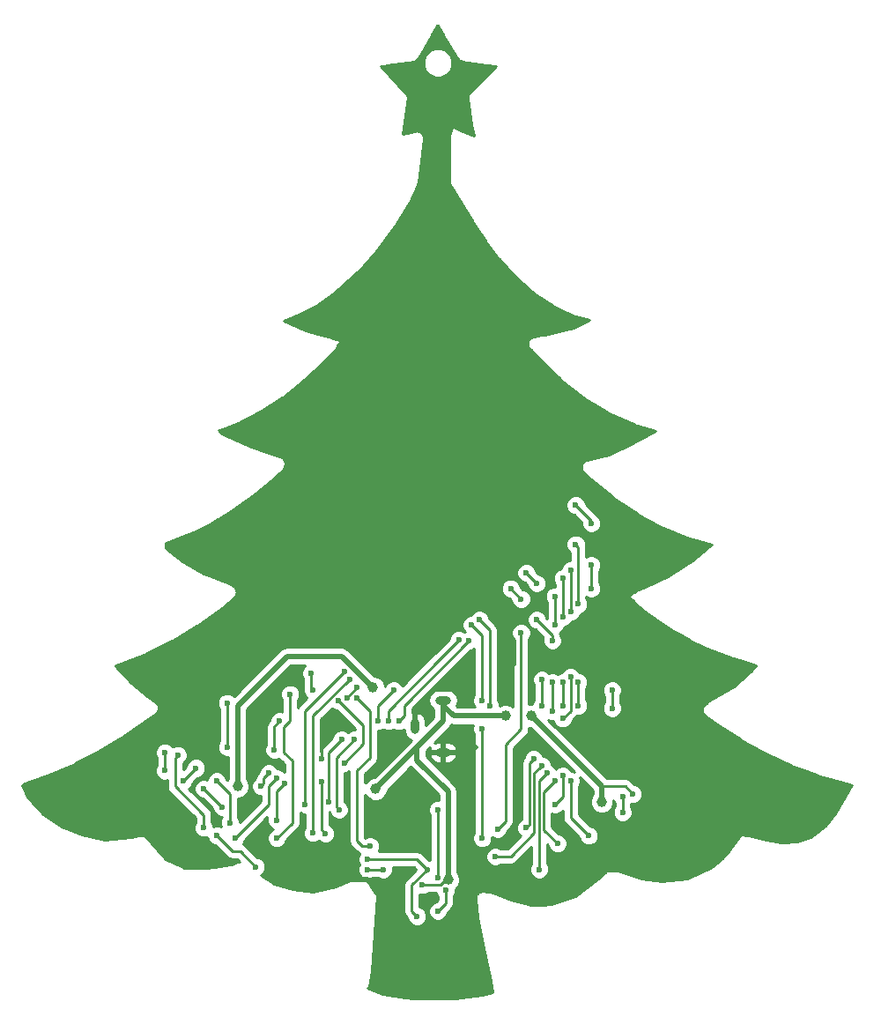
<source format=gbl>
G04 #@! TF.FileFunction,Copper,L2,Bot,Signal*
%FSLAX46Y46*%
G04 Gerber Fmt 4.6, Leading zero omitted, Abs format (unit mm)*
G04 Created by KiCad (PCBNEW 4.0.4-stable) date Sat Dec  3 20:50:57 2016*
%MOMM*%
%LPD*%
G01*
G04 APERTURE LIST*
%ADD10C,0.100000*%
%ADD11C,0.600000*%
%ADD12O,1.500000X0.800000*%
%ADD13O,0.800000X1.500000*%
%ADD14C,1.000000*%
%ADD15C,0.500000*%
%ADD16C,0.250000*%
%ADD17C,0.254000*%
G04 APERTURE END LIST*
D10*
D11*
X168700000Y-126100000D03*
X168700000Y-128300000D03*
X148650000Y-136650000D03*
X149800000Y-124600000D03*
X155850000Y-136500000D03*
X155250000Y-138700000D03*
X147250000Y-110350000D03*
X144250000Y-110150000D03*
X151850000Y-111350000D03*
X151850000Y-113350000D03*
X135250000Y-117750000D03*
X135650000Y-115150000D03*
X132450000Y-116350000D03*
X141050000Y-117150000D03*
X138450000Y-118150000D03*
X136050000Y-119550000D03*
X124450000Y-128150000D03*
X130450000Y-129150000D03*
X127250000Y-127350000D03*
X127650000Y-130750000D03*
X133850000Y-131550000D03*
X197650000Y-130350000D03*
X186050000Y-126150000D03*
X185850000Y-123550000D03*
X185850000Y-120550000D03*
X183450000Y-120150000D03*
X180850000Y-120550000D03*
X182050000Y-123350000D03*
X182450000Y-121550000D03*
X182450000Y-124750000D03*
X181450000Y-126750000D03*
X177250000Y-125550000D03*
X177250000Y-122950000D03*
X176250000Y-120750000D03*
X158500000Y-59750000D03*
X158700000Y-61150000D03*
X158700000Y-63350000D03*
X163100000Y-60750000D03*
X163500000Y-62950000D03*
X159100000Y-79350000D03*
X156300000Y-79350000D03*
X157500000Y-80550000D03*
X160700000Y-80550000D03*
X164100000Y-80550000D03*
X162100000Y-79150000D03*
X159900000Y-77550000D03*
X156900000Y-77550000D03*
X154700000Y-77550000D03*
X156500000Y-75150000D03*
X159100000Y-74750000D03*
X159100000Y-71750000D03*
X162500000Y-71950000D03*
X164100000Y-75350000D03*
X167100000Y-78350000D03*
X170100000Y-80350000D03*
X172100000Y-82750000D03*
X171900000Y-88950000D03*
X171900000Y-90950000D03*
X175500000Y-98550000D03*
X176900000Y-92150000D03*
X176900000Y-94550000D03*
X178700000Y-93150000D03*
X171700000Y-93750000D03*
X171700000Y-95950000D03*
X167500000Y-102750000D03*
X165900000Y-109350000D03*
X163100000Y-106950000D03*
X164500000Y-107550000D03*
X164300000Y-103550000D03*
X160700000Y-112350000D03*
X155700000Y-111550000D03*
X152900000Y-106350000D03*
X156900000Y-106350000D03*
X155100000Y-108350000D03*
X159700000Y-108350000D03*
X150100000Y-108150000D03*
X147300000Y-103550000D03*
X149100000Y-104950000D03*
X147500000Y-98350000D03*
X148500000Y-96350000D03*
X145700000Y-94350000D03*
X147300000Y-92750000D03*
X144700000Y-92150000D03*
X142500000Y-93150000D03*
X146900000Y-90550000D03*
X151900000Y-86350000D03*
X151500000Y-83550000D03*
X151100000Y-80950000D03*
X148300000Y-82550000D03*
X163300000Y-86550000D03*
X162700000Y-91150000D03*
X165300000Y-92750000D03*
X165300000Y-90150000D03*
X165300000Y-87750000D03*
X165300000Y-85350000D03*
X163100000Y-84150000D03*
X160700000Y-85150000D03*
X157700000Y-86750000D03*
X154500000Y-87150000D03*
X157700000Y-84550000D03*
X155300000Y-84550000D03*
X153500000Y-84550000D03*
X149300000Y-112150000D03*
X145700000Y-113750000D03*
X142100000Y-113950000D03*
X142500000Y-112550000D03*
X144100000Y-111950000D03*
X146100000Y-111950000D03*
X143900000Y-113950000D03*
X140100000Y-114150000D03*
X140900000Y-112550000D03*
X141300000Y-110750000D03*
X142900000Y-108150000D03*
X141100000Y-105550000D03*
X137300000Y-104350000D03*
X141500000Y-102550000D03*
X145300000Y-99350000D03*
X146500000Y-101150000D03*
X149900000Y-97550000D03*
X149900000Y-94350000D03*
X154500000Y-95950000D03*
X157100000Y-97550000D03*
X154700000Y-102750000D03*
X157100000Y-100550000D03*
X157100000Y-102750000D03*
X159500000Y-103550000D03*
X160100000Y-100950000D03*
X152700000Y-98950000D03*
X154500000Y-100150000D03*
X158500000Y-94350000D03*
X155100000Y-89150000D03*
X152100000Y-88550000D03*
X152900000Y-90750000D03*
X158100000Y-90550000D03*
X159300000Y-88750000D03*
X160900000Y-87150000D03*
X162700000Y-88750000D03*
X181800000Y-115000000D03*
X181900000Y-116750000D03*
X179700000Y-116750000D03*
X179800000Y-115000000D03*
X181500000Y-112750000D03*
X179800000Y-113200000D03*
X179500000Y-110750000D03*
X177900000Y-108150000D03*
X182300000Y-105950000D03*
X184700000Y-104350000D03*
X181500000Y-103150000D03*
X177300000Y-103550000D03*
X177300000Y-100750000D03*
X172700000Y-101750000D03*
X170700000Y-100350000D03*
X166300000Y-99950000D03*
X163300000Y-96950000D03*
X150400000Y-122000000D03*
X154800000Y-125600000D03*
X155800000Y-124400000D03*
X157400000Y-122200000D03*
X163800000Y-121600000D03*
X163750000Y-119000000D03*
X163750000Y-115750000D03*
X167250000Y-112250000D03*
X168250000Y-115500000D03*
X170000000Y-114250000D03*
X176250000Y-112500000D03*
X183750000Y-117250000D03*
X189750000Y-116000000D03*
X187750000Y-116750000D03*
X187500000Y-115000000D03*
X183750000Y-114500000D03*
X185750000Y-133750000D03*
X182000000Y-134500000D03*
X183250000Y-131750000D03*
X186750000Y-131250000D03*
X190000000Y-131000000D03*
X194500000Y-131000000D03*
X197250000Y-127750000D03*
X190500000Y-127000000D03*
X190500000Y-124250000D03*
X187500000Y-126750000D03*
X187500000Y-124750000D03*
X187500000Y-122500000D03*
X184250000Y-122250000D03*
X180750000Y-122250000D03*
X180750000Y-125000000D03*
X179750000Y-132500000D03*
X177000000Y-132750000D03*
X175250000Y-122750000D03*
X164500000Y-123500000D03*
X166750000Y-136000000D03*
X160000000Y-144000000D03*
X165000000Y-136500000D03*
X163500000Y-132500000D03*
X159250000Y-127000000D03*
X158250000Y-132500000D03*
X158250000Y-129750000D03*
X145250000Y-134250000D03*
X138750000Y-134000000D03*
X132250000Y-126750000D03*
X134750000Y-121000000D03*
X138250000Y-121500000D03*
X137750000Y-124000000D03*
X146000000Y-125000000D03*
X143000000Y-124200000D03*
X144000000Y-121500000D03*
X145750000Y-117750000D03*
D12*
X161500000Y-124000000D03*
X161500000Y-119000000D03*
D13*
X158800000Y-121500000D03*
D11*
X149500000Y-101750000D03*
D14*
X154750000Y-117750000D03*
X141750000Y-127250000D03*
D11*
X159500000Y-136750000D03*
D14*
X162000000Y-136250000D03*
X167500000Y-120500000D03*
X170000000Y-120500000D03*
X176750000Y-128750000D03*
X155000000Y-127500000D03*
D11*
X179750000Y-128000000D03*
X137750000Y-125500000D03*
X136500000Y-126750000D03*
X140750000Y-123500000D03*
X140750000Y-119250000D03*
X134750000Y-124000000D03*
X134750000Y-125750000D03*
X138500000Y-131250000D03*
X136000000Y-124250000D03*
X145500000Y-126500000D03*
X141500000Y-132250000D03*
X146250000Y-127000000D03*
X145500000Y-130500000D03*
X139750000Y-126750000D03*
X141000000Y-130750000D03*
X138500000Y-127500000D03*
X140250000Y-129250000D03*
X144750000Y-126000000D03*
X144000000Y-127250000D03*
X156750000Y-118000000D03*
X155250000Y-121000000D03*
X145250000Y-123750000D03*
X145800000Y-121000000D03*
X152000000Y-116250000D03*
X148250000Y-129000000D03*
X152500000Y-117000000D03*
X149000000Y-131750000D03*
X145500000Y-132250000D03*
X152250000Y-118750000D03*
X153250000Y-117750000D03*
X146800000Y-118400000D03*
X149800000Y-126800000D03*
X148800000Y-116400000D03*
X149000000Y-118000000D03*
X151400000Y-119000000D03*
X152000000Y-125000000D03*
X150200000Y-131800000D03*
X154500000Y-133000000D03*
X153250000Y-118750000D03*
X150500000Y-128750000D03*
X156250000Y-121000000D03*
X151750000Y-122750000D03*
X163000000Y-113200000D03*
X164000000Y-113250000D03*
X157250000Y-121000000D03*
X153000000Y-122750000D03*
X151500000Y-129500000D03*
X168000000Y-108250000D03*
X169000000Y-109250000D03*
X169000000Y-112500000D03*
X166750000Y-131375000D03*
X169500000Y-131250000D03*
X166000000Y-119500000D03*
X165000000Y-111250000D03*
X170200000Y-124600000D03*
X165250000Y-132250000D03*
X164250000Y-111750000D03*
X165250000Y-119000000D03*
X165250000Y-121750000D03*
X166500000Y-134000000D03*
X171000000Y-125250000D03*
X172250000Y-109000000D03*
X172250000Y-111750000D03*
X171000000Y-117000000D03*
X171000000Y-119500000D03*
X170750000Y-135250000D03*
X171500000Y-126000000D03*
X169500000Y-106750000D03*
X170500000Y-107750000D03*
X170500000Y-111250000D03*
X172000000Y-113250000D03*
X172000000Y-117250000D03*
X172000000Y-120000000D03*
X173000000Y-126250000D03*
X172250000Y-129000000D03*
X173000000Y-117250000D03*
X173000000Y-111000000D03*
X173000000Y-107250000D03*
X173000000Y-119500000D03*
X172250000Y-126750000D03*
X172500000Y-132750000D03*
X173750000Y-110500000D03*
X173750000Y-106500000D03*
X173750000Y-116750000D03*
X173000000Y-120750000D03*
X175500000Y-132000000D03*
X174250000Y-104000000D03*
X174500000Y-109750000D03*
X174500000Y-117250000D03*
X174500000Y-119500000D03*
X173750000Y-126750000D03*
X159000000Y-139750000D03*
X160000000Y-135250000D03*
X154250000Y-134250000D03*
X143500000Y-135000000D03*
X155750000Y-135250000D03*
X154250000Y-135250000D03*
X139750000Y-132000000D03*
X161000000Y-139250000D03*
X161750000Y-137250000D03*
X161000000Y-129500000D03*
X161000000Y-136000000D03*
X174250000Y-100250000D03*
X175750000Y-102000000D03*
X175750000Y-106000000D03*
X175750000Y-108250000D03*
X177750000Y-118000000D03*
X177750000Y-119750000D03*
X178750000Y-128250000D03*
X178750000Y-129750000D03*
D15*
X168250000Y-115500000D02*
X168250000Y-113250000D01*
X168250000Y-113250000D02*
X167250000Y-112250000D01*
X155850000Y-136500000D02*
X154500000Y-136500000D01*
X149100000Y-136200000D02*
X148650000Y-136650000D01*
X154200000Y-136200000D02*
X149100000Y-136200000D01*
X154500000Y-136500000D02*
X154200000Y-136200000D01*
D16*
X149800000Y-124600000D02*
X149800000Y-122600000D01*
X149800000Y-122600000D02*
X150400000Y-122000000D01*
D15*
X161500000Y-124000000D02*
X164000000Y-124000000D01*
X164000000Y-124000000D02*
X164500000Y-123500000D01*
X164500000Y-123500000D02*
X164674998Y-123500000D01*
X164674998Y-123500000D02*
X164500000Y-123500000D01*
X151750000Y-114750000D02*
X154750000Y-117750000D01*
X146500000Y-114750000D02*
X151750000Y-114750000D01*
X141750000Y-119500000D02*
X146500000Y-114750000D01*
X141750000Y-127250000D02*
X141750000Y-119500000D01*
D16*
X162000000Y-136250000D02*
X161750000Y-136250000D01*
X161250000Y-136750000D02*
X159500000Y-136750000D01*
X161750000Y-136250000D02*
X161250000Y-136750000D01*
D15*
X159000000Y-124750000D02*
X159000000Y-123500000D01*
X162000000Y-127750000D02*
X159000000Y-124750000D01*
X162000000Y-136250000D02*
X162000000Y-127750000D01*
X161500000Y-119000000D02*
X161500000Y-119500000D01*
X161500000Y-119500000D02*
X162500000Y-120500000D01*
X162500000Y-120500000D02*
X167500000Y-120500000D01*
X170000000Y-120500000D02*
X176750000Y-127250000D01*
X176750000Y-127250000D02*
X176750000Y-128750000D01*
X161500000Y-119000000D02*
X161500000Y-121000000D01*
X161500000Y-121000000D02*
X159000000Y-123500000D01*
X159000000Y-123500000D02*
X155000000Y-127500000D01*
D16*
X176750000Y-127250000D02*
X179000000Y-127250000D01*
X179000000Y-127250000D02*
X179750000Y-128000000D01*
X137750000Y-125500000D02*
X136500000Y-126750000D01*
X140750000Y-121750000D02*
X140750000Y-123500000D01*
X140750000Y-119250000D02*
X140750000Y-121750000D01*
X140750000Y-121500000D02*
X140750000Y-121750000D01*
X134750000Y-124000000D02*
X134750000Y-125750000D01*
X138500000Y-130000000D02*
X138500000Y-131250000D01*
X135750000Y-127250000D02*
X138500000Y-130000000D01*
X135750000Y-124500000D02*
X135750000Y-127250000D01*
X136000000Y-124250000D02*
X135750000Y-124500000D01*
X145500000Y-126500000D02*
X144750000Y-127250000D01*
X144750000Y-127250000D02*
X144750000Y-129000000D01*
X144750000Y-129000000D02*
X141500000Y-132250000D01*
X146250000Y-127000000D02*
X145500000Y-127750000D01*
X145500000Y-127750000D02*
X145500000Y-130500000D01*
X139750000Y-126750000D02*
X141000000Y-128000000D01*
X141000000Y-128000000D02*
X141000000Y-130750000D01*
X138500000Y-127500000D02*
X140250000Y-129250000D01*
X144750000Y-126000000D02*
X144250000Y-126500000D01*
X144250000Y-126500000D02*
X144250000Y-127000000D01*
X144250000Y-127000000D02*
X144000000Y-127250000D01*
X156750000Y-118000000D02*
X155250000Y-119500000D01*
X155250000Y-119500000D02*
X155250000Y-121000000D01*
X145250000Y-121550000D02*
X145250000Y-123750000D01*
X145800000Y-121000000D02*
X145250000Y-121550000D01*
X152000000Y-116250000D02*
X148250000Y-120000000D01*
X148250000Y-120000000D02*
X148250000Y-129000000D01*
X152500000Y-117000000D02*
X149000000Y-120500000D01*
X149000000Y-120500000D02*
X149000000Y-131750000D01*
X147000000Y-130750000D02*
X147000000Y-124800000D01*
X145500000Y-132250000D02*
X147000000Y-130750000D01*
X146800000Y-121000000D02*
X146800000Y-119200000D01*
X146200000Y-121600000D02*
X146800000Y-121000000D01*
X146200000Y-124000000D02*
X146200000Y-121600000D01*
X147000000Y-124800000D02*
X146200000Y-124000000D01*
X153250000Y-117750000D02*
X152250000Y-118750000D01*
X146800000Y-118400000D02*
X146800000Y-119200000D01*
X146800000Y-119200000D02*
X146800000Y-119000000D01*
X148800000Y-117800000D02*
X148800000Y-116400000D01*
X149000000Y-118000000D02*
X148800000Y-117800000D01*
X153800000Y-121400000D02*
X151400000Y-119000000D01*
X153800000Y-123200000D02*
X153800000Y-121400000D01*
X152000000Y-125000000D02*
X153800000Y-123200000D01*
X149800000Y-131400000D02*
X149800000Y-126800000D01*
X150200000Y-131800000D02*
X149800000Y-131400000D01*
X153750000Y-133000000D02*
X154500000Y-133000000D01*
X153250000Y-125750000D02*
X154500000Y-124500000D01*
X154500000Y-124500000D02*
X154500000Y-120000000D01*
X153250000Y-118750000D02*
X154500000Y-120000000D01*
X153750000Y-133000000D02*
X153250000Y-132500000D01*
X153250000Y-132500000D02*
X153250000Y-125750000D01*
X150500000Y-124000000D02*
X150500000Y-128750000D01*
X161250000Y-115000000D02*
X156250000Y-120000000D01*
X156250000Y-120000000D02*
X156250000Y-121000000D01*
X151750000Y-122750000D02*
X150500000Y-124000000D01*
X161250000Y-114950000D02*
X161250000Y-115000000D01*
X163000000Y-113200000D02*
X161250000Y-114950000D01*
X157750000Y-119500000D02*
X164000000Y-113250000D01*
X157750000Y-120500000D02*
X157750000Y-119500000D01*
X157250000Y-121000000D02*
X157750000Y-120500000D01*
X151250000Y-124500000D02*
X153000000Y-122750000D01*
X151250000Y-129250000D02*
X151250000Y-124500000D01*
X151500000Y-129500000D02*
X151250000Y-129250000D01*
X168000000Y-108250000D02*
X169000000Y-109250000D01*
X169000000Y-112500000D02*
X169000000Y-121750000D01*
X167500000Y-123250000D02*
X169000000Y-121750000D01*
X167500000Y-130625000D02*
X167500000Y-123250000D01*
X167500000Y-130625000D02*
X166750000Y-131375000D01*
X166000000Y-112250000D02*
X166000000Y-119500000D01*
X165000000Y-111250000D02*
X166000000Y-112250000D01*
X170200000Y-124600000D02*
X169799998Y-125000002D01*
X169799998Y-125000002D02*
X169799998Y-130950002D01*
X169799998Y-130950002D02*
X169500000Y-131250000D01*
X165250000Y-121750000D02*
X165250000Y-132250000D01*
X164250000Y-111750000D02*
X165250000Y-112750000D01*
X165250000Y-112750000D02*
X165250000Y-119000000D01*
X170750000Y-125500000D02*
X170250000Y-126000000D01*
X166500000Y-134000000D02*
X168000000Y-134000000D01*
X171000000Y-125250000D02*
X170750000Y-125500000D01*
X170250000Y-131750000D02*
X168000000Y-134000000D01*
X170250000Y-126000000D02*
X170250000Y-131750000D01*
X172250000Y-109000000D02*
X172250000Y-111750000D01*
X171000000Y-117000000D02*
X171000000Y-119500000D01*
X170750000Y-126750000D02*
X170750000Y-135250000D01*
X171500000Y-126000000D02*
X170750000Y-126750000D01*
X169500000Y-106750000D02*
X170500000Y-107750000D01*
X170500000Y-111250000D02*
X172000000Y-112750000D01*
X172000000Y-112750000D02*
X172000000Y-113250000D01*
X172000000Y-117250000D02*
X172000000Y-120000000D01*
X173000000Y-126250000D02*
X173000000Y-127250000D01*
X173000000Y-128250000D02*
X173000000Y-127250000D01*
X172250000Y-129000000D02*
X173000000Y-128250000D01*
X173000000Y-117250000D02*
X173000000Y-119500000D01*
X173000000Y-107250000D02*
X173000000Y-111000000D01*
X172250000Y-126750000D02*
X171200002Y-127799998D01*
X171200002Y-127799998D02*
X171200002Y-131450002D01*
X172500000Y-132750000D02*
X171200002Y-131450002D01*
X173750000Y-106500000D02*
X173750000Y-110500000D01*
X173750000Y-116750000D02*
X173750000Y-120000000D01*
X173750000Y-120000000D02*
X173000000Y-120750000D01*
X174250000Y-104000000D02*
X174500000Y-104250000D01*
X174500000Y-104250000D02*
X174500000Y-109750000D01*
X174500000Y-119500000D02*
X174500000Y-117250000D01*
X173750000Y-130250000D02*
X173750000Y-126750000D01*
X173750000Y-130250000D02*
X175500000Y-132000000D01*
X158500000Y-136750000D02*
X160000000Y-135250000D01*
X158500000Y-139250000D02*
X158500000Y-136750000D01*
X159000000Y-139750000D02*
X158500000Y-139250000D01*
X157750000Y-134250000D02*
X159000000Y-134250000D01*
X154250000Y-134250000D02*
X157750000Y-134250000D01*
X159000000Y-134250000D02*
X160000000Y-135250000D01*
X155750000Y-135250000D02*
X154250000Y-135250000D01*
X141250000Y-133500000D02*
X139750000Y-132000000D01*
X142000000Y-133500000D02*
X141250000Y-133500000D01*
X143500000Y-135000000D02*
X142000000Y-133500000D01*
X161000000Y-139250000D02*
X161750000Y-138500000D01*
X161750000Y-138500000D02*
X161750000Y-137250000D01*
X161000000Y-136000000D02*
X161000000Y-129500000D01*
X174250000Y-100250000D02*
X175750000Y-101750000D01*
X175750000Y-101750000D02*
X175750000Y-102000000D01*
X175750000Y-106000000D02*
X175750000Y-108250000D01*
X177750000Y-118000000D02*
X177750000Y-119750000D01*
X178750000Y-128250000D02*
X178750000Y-129750000D01*
D17*
G36*
X161472279Y-55035359D02*
X161485290Y-55051427D01*
X161492314Y-55070871D01*
X162833185Y-57292690D01*
X162855123Y-57316748D01*
X162868972Y-57346217D01*
X162945845Y-57416237D01*
X163015903Y-57493065D01*
X163045377Y-57506896D01*
X163069450Y-57528823D01*
X163167268Y-57564096D01*
X163261393Y-57608265D01*
X163293917Y-57609764D01*
X163324547Y-57620809D01*
X165686355Y-57977109D01*
X165689865Y-57976945D01*
X165693184Y-57978105D01*
X166574070Y-58102061D01*
X165823181Y-58853184D01*
X164039219Y-60589291D01*
X164003010Y-60641919D01*
X163956642Y-60685860D01*
X163926898Y-60752542D01*
X163885511Y-60812696D01*
X163872198Y-60875174D01*
X163846175Y-60933515D01*
X163844213Y-61006506D01*
X163828997Y-61077917D01*
X163840606Y-61140732D01*
X163838890Y-61204593D01*
X164256798Y-63646706D01*
X164435482Y-64736275D01*
X163198347Y-64242688D01*
X162561677Y-63888982D01*
X162513625Y-63873733D01*
X162463427Y-63878380D01*
X162418991Y-63902191D01*
X162379517Y-63959839D01*
X162206628Y-64478505D01*
X162146393Y-64571257D01*
X162144611Y-64580872D01*
X162139515Y-64589215D01*
X162119963Y-64713850D01*
X162096972Y-64837891D01*
X162099004Y-64847454D01*
X162097489Y-64857114D01*
X162123000Y-65482873D01*
X162123000Y-69250000D01*
X162141098Y-69315341D01*
X163738799Y-71978177D01*
X164270367Y-72913947D01*
X164285713Y-72931695D01*
X164294565Y-72953422D01*
X165539986Y-74841008D01*
X165558304Y-74859540D01*
X165569893Y-74882877D01*
X166879641Y-76579974D01*
X166901485Y-76599024D01*
X166916471Y-76623834D01*
X168287534Y-78126269D01*
X168315443Y-78146821D01*
X168336198Y-78174577D01*
X170167346Y-79821178D01*
X170209332Y-79846120D01*
X170243732Y-79880783D01*
X172079358Y-81117457D01*
X172132405Y-81139667D01*
X172179057Y-81173298D01*
X174145210Y-82070870D01*
X174197063Y-82083115D01*
X174244508Y-82107350D01*
X175565507Y-82481348D01*
X174015884Y-83177621D01*
X171222138Y-83876057D01*
X170980153Y-83924454D01*
X170271897Y-84013674D01*
X170199545Y-84037784D01*
X170124110Y-84049034D01*
X170072138Y-84080240D01*
X170014629Y-84099404D01*
X169987416Y-84123001D01*
X169975093Y-84125466D01*
X169910197Y-84160197D01*
X169660197Y-84410197D01*
X169632334Y-84452211D01*
X169623000Y-84500000D01*
X169623000Y-85000000D01*
X169633006Y-85049410D01*
X169679553Y-85105670D01*
X169947745Y-85284465D01*
X170639150Y-86046114D01*
X170654008Y-86057116D01*
X170664343Y-86072445D01*
X172738951Y-88129966D01*
X172771452Y-88151489D01*
X172796693Y-88181195D01*
X174986668Y-89916707D01*
X175024140Y-89935921D01*
X175055055Y-89964511D01*
X177341733Y-91366522D01*
X177384340Y-91382252D01*
X177421391Y-91408519D01*
X179786109Y-92465537D01*
X179833557Y-92476347D01*
X179876775Y-92498719D01*
X181933413Y-93093064D01*
X179377504Y-94479255D01*
X177409952Y-95358142D01*
X175614949Y-95835186D01*
X175320154Y-95899394D01*
X175252210Y-95928990D01*
X175180068Y-95945951D01*
X175129101Y-95982615D01*
X175071541Y-96007688D01*
X175020094Y-96061032D01*
X174959934Y-96104310D01*
X174936088Y-96142815D01*
X174921548Y-96150129D01*
X174888873Y-96188520D01*
X174885850Y-96200227D01*
X174883294Y-96202878D01*
X174856177Y-96271851D01*
X174817159Y-96334855D01*
X174807046Y-96396818D01*
X174784073Y-96455250D01*
X174785415Y-96529347D01*
X174773477Y-96602489D01*
X174787846Y-96663607D01*
X174788983Y-96726381D01*
X174818579Y-96794325D01*
X174835540Y-96866467D01*
X174872204Y-96917434D01*
X174897277Y-96974994D01*
X174950621Y-97026441D01*
X174993899Y-97086601D01*
X175717272Y-97761623D01*
X175737934Y-97774419D01*
X175753451Y-97793119D01*
X177836949Y-99484187D01*
X177860626Y-99496678D01*
X177879238Y-99515921D01*
X180186666Y-101113939D01*
X180224525Y-101130365D01*
X180256500Y-101156453D01*
X182576271Y-102387857D01*
X182610985Y-102398279D01*
X182641279Y-102418174D01*
X185118653Y-103421347D01*
X185156800Y-103428620D01*
X185191417Y-103446222D01*
X187294038Y-104037319D01*
X187111218Y-104214425D01*
X185442025Y-105597165D01*
X183064845Y-107111791D01*
X180722227Y-108166768D01*
X180075999Y-108428681D01*
X180053558Y-108443429D01*
X180027643Y-108450463D01*
X179940939Y-108517441D01*
X179849381Y-108577612D01*
X179844647Y-108584581D01*
X179709839Y-108629517D01*
X179660197Y-108660197D01*
X179410197Y-108910197D01*
X179382334Y-108952211D01*
X179373012Y-109001754D01*
X179383700Y-109051022D01*
X179410197Y-109089803D01*
X179660197Y-109339803D01*
X179670664Y-109349170D01*
X179719220Y-109388015D01*
X179781706Y-109468904D01*
X179841877Y-109560462D01*
X179864089Y-109575550D01*
X179880506Y-109596802D01*
X180897846Y-110483162D01*
X180933123Y-110503377D01*
X180961535Y-110532462D01*
X183128963Y-112017682D01*
X183154208Y-112028486D01*
X183174869Y-112046573D01*
X185191480Y-113208425D01*
X185217875Y-113217358D01*
X185240227Y-113233994D01*
X187245797Y-114186688D01*
X187274841Y-114194015D01*
X187300305Y-114209789D01*
X189357986Y-114980225D01*
X189386588Y-114984897D01*
X189412394Y-114998077D01*
X191531992Y-115598059D01*
X191154050Y-116164973D01*
X189425477Y-117646607D01*
X186934659Y-119141098D01*
X186910197Y-119160197D01*
X186807592Y-119262802D01*
X186774909Y-119279158D01*
X186747175Y-119300699D01*
X186714408Y-119313320D01*
X186640883Y-119383254D01*
X186560742Y-119445498D01*
X186543363Y-119476011D01*
X186517919Y-119500212D01*
X186476753Y-119592960D01*
X186475852Y-119594542D01*
X186410197Y-119660197D01*
X186382334Y-119702211D01*
X186373000Y-119750000D01*
X186373000Y-120000000D01*
X186383006Y-120049410D01*
X186410197Y-120089803D01*
X186438861Y-120118467D01*
X186464432Y-120211711D01*
X186485973Y-120239445D01*
X186498594Y-120272212D01*
X186568528Y-120345737D01*
X186630772Y-120425878D01*
X186661285Y-120443257D01*
X186685486Y-120468701D01*
X187820569Y-121268937D01*
X187831418Y-121273752D01*
X187839884Y-121282074D01*
X190126060Y-122781419D01*
X190149014Y-122790697D01*
X190167848Y-122806770D01*
X192489434Y-124105744D01*
X192514193Y-124113778D01*
X192535186Y-124129165D01*
X194904642Y-125233538D01*
X194930548Y-125239872D01*
X194953192Y-125253965D01*
X197382977Y-126169502D01*
X197409224Y-126173845D01*
X197432806Y-126186155D01*
X199935381Y-126918627D01*
X199948363Y-126919777D01*
X199960132Y-126925378D01*
X200802086Y-127138409D01*
X200731584Y-127262382D01*
X199182753Y-129878097D01*
X198231045Y-131027031D01*
X196779838Y-132118036D01*
X195544806Y-132558512D01*
X193998591Y-132612385D01*
X193542957Y-132564882D01*
X192541863Y-132439745D01*
X190888011Y-131993918D01*
X190808371Y-131988577D01*
X190730660Y-131970363D01*
X190674362Y-131979591D01*
X190630581Y-131976655D01*
X190284890Y-131877886D01*
X190234632Y-131873933D01*
X190186796Y-131889845D01*
X190148400Y-131923800D01*
X189399582Y-132922224D01*
X188928958Y-133510504D01*
X188326105Y-134187186D01*
X187457053Y-134921718D01*
X187183455Y-135140597D01*
X184967064Y-136125660D01*
X182501575Y-136372209D01*
X180528234Y-136125541D01*
X178290161Y-135379517D01*
X178250000Y-135373000D01*
X177861012Y-135373000D01*
X177747608Y-135352847D01*
X177624670Y-135327254D01*
X177614477Y-135329187D01*
X177604261Y-135327372D01*
X177481634Y-135354385D01*
X177383493Y-135373000D01*
X177250000Y-135373000D01*
X177200590Y-135383006D01*
X177160197Y-135410197D01*
X176415784Y-136154610D01*
X174248904Y-137839961D01*
X171921260Y-138603120D01*
X171004345Y-138623000D01*
X170015634Y-138623000D01*
X168037823Y-138128547D01*
X166044593Y-137381086D01*
X166000000Y-137373000D01*
X165643969Y-137373000D01*
X165414849Y-137331783D01*
X165307251Y-137333759D01*
X165199842Y-137326913D01*
X165172549Y-137336233D01*
X165143719Y-137336762D01*
X165045063Y-137379765D01*
X164943215Y-137414543D01*
X164921570Y-137433595D01*
X164895133Y-137445118D01*
X164820440Y-137522605D01*
X164739657Y-137593708D01*
X164726950Y-137619594D01*
X164706936Y-137640356D01*
X164667583Y-137740525D01*
X164620158Y-137837133D01*
X164618324Y-137865912D01*
X164607779Y-137892753D01*
X164609755Y-138000351D01*
X164602909Y-138107760D01*
X164831962Y-139823696D01*
X164838116Y-139841719D01*
X164837933Y-139860763D01*
X165392649Y-142796856D01*
X165396538Y-142806506D01*
X165396744Y-142816907D01*
X166075569Y-145907993D01*
X166280779Y-147052526D01*
X165217552Y-147268693D01*
X162648097Y-147609013D01*
X162494244Y-147623000D01*
X158649071Y-147623000D01*
X157833527Y-147574474D01*
X155709754Y-147182047D01*
X154244788Y-146644596D01*
X154306796Y-146613592D01*
X154346515Y-146582546D01*
X154375272Y-146520879D01*
X154625272Y-145020879D01*
X154626699Y-145008738D01*
X155126699Y-137758738D01*
X155120116Y-137708756D01*
X155105670Y-137679553D01*
X154962440Y-137464708D01*
X154940162Y-137410363D01*
X154167765Y-136245202D01*
X154111960Y-136188988D01*
X154109220Y-136184878D01*
X154435167Y-136185162D01*
X154778943Y-136043117D01*
X154812118Y-136010000D01*
X155187537Y-136010000D01*
X155219673Y-136042192D01*
X155563201Y-136184838D01*
X155935167Y-136185162D01*
X156278943Y-136043117D01*
X156542192Y-135780327D01*
X156684838Y-135436799D01*
X156685162Y-135064833D01*
X156662506Y-135010000D01*
X158685198Y-135010000D01*
X158925198Y-135250000D01*
X157962599Y-136212599D01*
X157797852Y-136459161D01*
X157740000Y-136750000D01*
X157740000Y-139250000D01*
X157797852Y-139540839D01*
X157962599Y-139787401D01*
X158064878Y-139889680D01*
X158064838Y-139935167D01*
X158206883Y-140278943D01*
X158469673Y-140542192D01*
X158813201Y-140684838D01*
X159185167Y-140685162D01*
X159528943Y-140543117D01*
X159792192Y-140280327D01*
X159934838Y-139936799D01*
X159935162Y-139564833D01*
X159793117Y-139221057D01*
X159530327Y-138957808D01*
X159260000Y-138845558D01*
X159260000Y-137662747D01*
X159313201Y-137684838D01*
X159685167Y-137685162D01*
X160028943Y-137543117D01*
X160062118Y-137510000D01*
X160845758Y-137510000D01*
X160956883Y-137778943D01*
X160990000Y-137812118D01*
X160990000Y-138185198D01*
X160860320Y-138314878D01*
X160814833Y-138314838D01*
X160471057Y-138456883D01*
X160207808Y-138719673D01*
X160065162Y-139063201D01*
X160064838Y-139435167D01*
X160206883Y-139778943D01*
X160469673Y-140042192D01*
X160813201Y-140184838D01*
X161185167Y-140185162D01*
X161528943Y-140043117D01*
X161792192Y-139780327D01*
X161934838Y-139436799D01*
X161934879Y-139389923D01*
X162287401Y-139037401D01*
X162452148Y-138790840D01*
X162510000Y-138500000D01*
X162510000Y-137812463D01*
X162542192Y-137780327D01*
X162684838Y-137436799D01*
X162685071Y-137169857D01*
X162961645Y-136893765D01*
X163134803Y-136476756D01*
X163135197Y-136025225D01*
X162962767Y-135607914D01*
X162885000Y-135530011D01*
X162885000Y-127750005D01*
X162885001Y-127750000D01*
X162817633Y-127411326D01*
X162817633Y-127411325D01*
X162625790Y-127124210D01*
X162625787Y-127124208D01*
X159885000Y-124383420D01*
X159885000Y-124286123D01*
X160155334Y-124286123D01*
X160328342Y-124642053D01*
X160636590Y-124907615D01*
X161023000Y-125035000D01*
X161373000Y-125035000D01*
X161373000Y-124127000D01*
X161627000Y-124127000D01*
X161627000Y-125035000D01*
X161977000Y-125035000D01*
X162363410Y-124907615D01*
X162671658Y-124642053D01*
X162844666Y-124286123D01*
X162716998Y-124127000D01*
X161627000Y-124127000D01*
X161373000Y-124127000D01*
X160283002Y-124127000D01*
X160155334Y-124286123D01*
X159885000Y-124286123D01*
X159885000Y-123866580D01*
X160266590Y-123484990D01*
X160155334Y-123713877D01*
X160283002Y-123873000D01*
X161373000Y-123873000D01*
X161373000Y-122965000D01*
X161627000Y-122965000D01*
X161627000Y-123873000D01*
X162716998Y-123873000D01*
X162844666Y-123713877D01*
X162671658Y-123357947D01*
X162363410Y-123092385D01*
X161977000Y-122965000D01*
X161627000Y-122965000D01*
X161373000Y-122965000D01*
X161023000Y-122965000D01*
X160670311Y-123081268D01*
X162125787Y-121625792D01*
X162125790Y-121625790D01*
X162311705Y-121347547D01*
X162500000Y-121385001D01*
X162500005Y-121385000D01*
X164389158Y-121385000D01*
X164315162Y-121563201D01*
X164314838Y-121935167D01*
X164456883Y-122278943D01*
X164490000Y-122312118D01*
X164490000Y-131687537D01*
X164457808Y-131719673D01*
X164315162Y-132063201D01*
X164314838Y-132435167D01*
X164456883Y-132778943D01*
X164719673Y-133042192D01*
X165063201Y-133184838D01*
X165435167Y-133185162D01*
X165778943Y-133043117D01*
X166042192Y-132780327D01*
X166184838Y-132436799D01*
X166185103Y-132132562D01*
X166219673Y-132167192D01*
X166563201Y-132309838D01*
X166935167Y-132310162D01*
X167278943Y-132168117D01*
X167542192Y-131905327D01*
X167684838Y-131561799D01*
X167684879Y-131514923D01*
X168037401Y-131162401D01*
X168202148Y-130915840D01*
X168260000Y-130625000D01*
X168260000Y-123564802D01*
X169537401Y-122287401D01*
X169702148Y-122040840D01*
X169760000Y-121750000D01*
X169760000Y-121629304D01*
X169773244Y-121634803D01*
X169883319Y-121634899D01*
X174153612Y-125905191D01*
X173936799Y-125815162D01*
X173831963Y-125815071D01*
X173793117Y-125721057D01*
X173530327Y-125457808D01*
X173186799Y-125315162D01*
X172814833Y-125314838D01*
X172471057Y-125456883D01*
X172340933Y-125586780D01*
X172293117Y-125471057D01*
X172030327Y-125207808D01*
X171935072Y-125168254D01*
X171935162Y-125064833D01*
X171793117Y-124721057D01*
X171530327Y-124457808D01*
X171186799Y-124315162D01*
X171093945Y-124315081D01*
X170993117Y-124071057D01*
X170730327Y-123807808D01*
X170386799Y-123665162D01*
X170014833Y-123664838D01*
X169671057Y-123806883D01*
X169407808Y-124069673D01*
X169265162Y-124413201D01*
X169265121Y-124460077D01*
X169262597Y-124462601D01*
X169097850Y-124709163D01*
X169039998Y-125000002D01*
X169039998Y-130428397D01*
X168971057Y-130456883D01*
X168707808Y-130719673D01*
X168565162Y-131063201D01*
X168564838Y-131435167D01*
X168706883Y-131778943D01*
X168926377Y-131998821D01*
X167685198Y-133240000D01*
X167062463Y-133240000D01*
X167030327Y-133207808D01*
X166686799Y-133065162D01*
X166314833Y-133064838D01*
X165971057Y-133206883D01*
X165707808Y-133469673D01*
X165565162Y-133813201D01*
X165564838Y-134185167D01*
X165706883Y-134528943D01*
X165969673Y-134792192D01*
X166313201Y-134934838D01*
X166685167Y-134935162D01*
X167028943Y-134793117D01*
X167062118Y-134760000D01*
X168000000Y-134760000D01*
X168290839Y-134702148D01*
X168537401Y-134537401D01*
X169990000Y-133084802D01*
X169990000Y-134687537D01*
X169957808Y-134719673D01*
X169815162Y-135063201D01*
X169814838Y-135435167D01*
X169956883Y-135778943D01*
X170219673Y-136042192D01*
X170563201Y-136184838D01*
X170935167Y-136185162D01*
X171278943Y-136043117D01*
X171542192Y-135780327D01*
X171684838Y-135436799D01*
X171685162Y-135064833D01*
X171543117Y-134721057D01*
X171510000Y-134687882D01*
X171510000Y-132834802D01*
X171564878Y-132889680D01*
X171564838Y-132935167D01*
X171706883Y-133278943D01*
X171969673Y-133542192D01*
X172313201Y-133684838D01*
X172685167Y-133685162D01*
X173028943Y-133543117D01*
X173292192Y-133280327D01*
X173434838Y-132936799D01*
X173435162Y-132564833D01*
X173293117Y-132221057D01*
X173030327Y-131957808D01*
X172686799Y-131815162D01*
X172639923Y-131815121D01*
X171960002Y-131135200D01*
X171960002Y-129891986D01*
X172063201Y-129934838D01*
X172435167Y-129935162D01*
X172778943Y-129793117D01*
X172990000Y-129582428D01*
X172990000Y-130250000D01*
X173047852Y-130540839D01*
X173212599Y-130787401D01*
X174564878Y-132139680D01*
X174564838Y-132185167D01*
X174706883Y-132528943D01*
X174969673Y-132792192D01*
X175313201Y-132934838D01*
X175685167Y-132935162D01*
X176028943Y-132793117D01*
X176292192Y-132530327D01*
X176434838Y-132186799D01*
X176435162Y-131814833D01*
X176293117Y-131471057D01*
X176030327Y-131207808D01*
X175686799Y-131065162D01*
X175639923Y-131065121D01*
X174510000Y-129935198D01*
X174510000Y-127312463D01*
X174542192Y-127280327D01*
X174684838Y-126936799D01*
X174685162Y-126564833D01*
X174594969Y-126346548D01*
X175865000Y-127616579D01*
X175865000Y-128029724D01*
X175788355Y-128106235D01*
X175615197Y-128523244D01*
X175614803Y-128974775D01*
X175787233Y-129392086D01*
X176106235Y-129711645D01*
X176523244Y-129884803D01*
X176974775Y-129885197D01*
X177392086Y-129712767D01*
X177711645Y-129393765D01*
X177884803Y-128976756D01*
X177885127Y-128605280D01*
X177956883Y-128778943D01*
X177990000Y-128812118D01*
X177990000Y-129187537D01*
X177957808Y-129219673D01*
X177815162Y-129563201D01*
X177814838Y-129935167D01*
X177956883Y-130278943D01*
X178219673Y-130542192D01*
X178563201Y-130684838D01*
X178935167Y-130685162D01*
X179278943Y-130543117D01*
X179542192Y-130280327D01*
X179684838Y-129936799D01*
X179685162Y-129564833D01*
X179543117Y-129221057D01*
X179510000Y-129187882D01*
X179510000Y-128912747D01*
X179563201Y-128934838D01*
X179935167Y-128935162D01*
X180278943Y-128793117D01*
X180542192Y-128530327D01*
X180684838Y-128186799D01*
X180685162Y-127814833D01*
X180543117Y-127471057D01*
X180280327Y-127207808D01*
X179936799Y-127065162D01*
X179889923Y-127065121D01*
X179537401Y-126712599D01*
X179290839Y-126547852D01*
X179000000Y-126490000D01*
X177241579Y-126490000D01*
X171596389Y-120844809D01*
X171813201Y-120934838D01*
X172064838Y-120935057D01*
X172064838Y-120935167D01*
X172206883Y-121278943D01*
X172469673Y-121542192D01*
X172813201Y-121684838D01*
X173185167Y-121685162D01*
X173528943Y-121543117D01*
X173792192Y-121280327D01*
X173934838Y-120936799D01*
X173934879Y-120889923D01*
X174287401Y-120537401D01*
X174355907Y-120434875D01*
X174685167Y-120435162D01*
X175028943Y-120293117D01*
X175292192Y-120030327D01*
X175434838Y-119686799D01*
X175435162Y-119314833D01*
X175293117Y-118971057D01*
X175260000Y-118937882D01*
X175260000Y-118185167D01*
X176814838Y-118185167D01*
X176956883Y-118528943D01*
X176990000Y-118562118D01*
X176990000Y-119187537D01*
X176957808Y-119219673D01*
X176815162Y-119563201D01*
X176814838Y-119935167D01*
X176956883Y-120278943D01*
X177219673Y-120542192D01*
X177563201Y-120684838D01*
X177935167Y-120685162D01*
X178278943Y-120543117D01*
X178542192Y-120280327D01*
X178684838Y-119936799D01*
X178685162Y-119564833D01*
X178543117Y-119221057D01*
X178510000Y-119187882D01*
X178510000Y-118562463D01*
X178542192Y-118530327D01*
X178684838Y-118186799D01*
X178685162Y-117814833D01*
X178543117Y-117471057D01*
X178280327Y-117207808D01*
X177936799Y-117065162D01*
X177564833Y-117064838D01*
X177221057Y-117206883D01*
X176957808Y-117469673D01*
X176815162Y-117813201D01*
X176814838Y-118185167D01*
X175260000Y-118185167D01*
X175260000Y-117812463D01*
X175292192Y-117780327D01*
X175434838Y-117436799D01*
X175435162Y-117064833D01*
X175293117Y-116721057D01*
X175030327Y-116457808D01*
X174686799Y-116315162D01*
X174581963Y-116315071D01*
X174543117Y-116221057D01*
X174280327Y-115957808D01*
X173936799Y-115815162D01*
X173564833Y-115814838D01*
X173221057Y-115956883D01*
X172957808Y-116219673D01*
X172918254Y-116314928D01*
X172814833Y-116314838D01*
X172499649Y-116445069D01*
X172186799Y-116315162D01*
X171814833Y-116314838D01*
X171689051Y-116366810D01*
X171530327Y-116207808D01*
X171186799Y-116065162D01*
X170814833Y-116064838D01*
X170471057Y-116206883D01*
X170207808Y-116469673D01*
X170065162Y-116813201D01*
X170064838Y-117185167D01*
X170206883Y-117528943D01*
X170240000Y-117562118D01*
X170240000Y-118937537D01*
X170207808Y-118969673D01*
X170065162Y-119313201D01*
X170065117Y-119365056D01*
X169775225Y-119364803D01*
X169760000Y-119371094D01*
X169760000Y-113062463D01*
X169792192Y-113030327D01*
X169934838Y-112686799D01*
X169935162Y-112314833D01*
X169793117Y-111971057D01*
X169530327Y-111707808D01*
X169186799Y-111565162D01*
X168814833Y-111564838D01*
X168471057Y-111706883D01*
X168207808Y-111969673D01*
X168065162Y-112313201D01*
X168064838Y-112685167D01*
X168206883Y-113028943D01*
X168240000Y-113062118D01*
X168240000Y-119634758D01*
X168143765Y-119538355D01*
X167726756Y-119365197D01*
X167275225Y-119364803D01*
X166934996Y-119505383D01*
X166935162Y-119314833D01*
X166793117Y-118971057D01*
X166760000Y-118937882D01*
X166760000Y-112250000D01*
X166702148Y-111959161D01*
X166537401Y-111712599D01*
X166259969Y-111435167D01*
X169564838Y-111435167D01*
X169706883Y-111778943D01*
X169969673Y-112042192D01*
X170313201Y-112184838D01*
X170360077Y-112184879D01*
X171115991Y-112940793D01*
X171065162Y-113063201D01*
X171064838Y-113435167D01*
X171206883Y-113778943D01*
X171469673Y-114042192D01*
X171813201Y-114184838D01*
X172185167Y-114185162D01*
X172528943Y-114043117D01*
X172792192Y-113780327D01*
X172934838Y-113436799D01*
X172935162Y-113064833D01*
X172793117Y-112721057D01*
X172744569Y-112672424D01*
X172723412Y-112566062D01*
X172778943Y-112543117D01*
X173042192Y-112280327D01*
X173184838Y-111936799D01*
X173184839Y-111935162D01*
X173185167Y-111935162D01*
X173528943Y-111793117D01*
X173792192Y-111530327D01*
X173831746Y-111435072D01*
X173935167Y-111435162D01*
X174278943Y-111293117D01*
X174542192Y-111030327D01*
X174684838Y-110686799D01*
X174684839Y-110685162D01*
X174685167Y-110685162D01*
X175028943Y-110543117D01*
X175292192Y-110280327D01*
X175434838Y-109936799D01*
X175435162Y-109564833D01*
X175293117Y-109221057D01*
X175260000Y-109187882D01*
X175260000Y-109058937D01*
X175563201Y-109184838D01*
X175935167Y-109185162D01*
X176278943Y-109043117D01*
X176542192Y-108780327D01*
X176684838Y-108436799D01*
X176685162Y-108064833D01*
X176543117Y-107721057D01*
X176510000Y-107687882D01*
X176510000Y-106562463D01*
X176542192Y-106530327D01*
X176684838Y-106186799D01*
X176685162Y-105814833D01*
X176543117Y-105471057D01*
X176280327Y-105207808D01*
X175936799Y-105065162D01*
X175564833Y-105064838D01*
X175260000Y-105190792D01*
X175260000Y-104250000D01*
X175220174Y-104049782D01*
X175202148Y-103959160D01*
X175185059Y-103933584D01*
X175185162Y-103814833D01*
X175043117Y-103471057D01*
X174780327Y-103207808D01*
X174436799Y-103065162D01*
X174064833Y-103064838D01*
X173721057Y-103206883D01*
X173457808Y-103469673D01*
X173315162Y-103813201D01*
X173314838Y-104185167D01*
X173456883Y-104528943D01*
X173719673Y-104792192D01*
X173740000Y-104800633D01*
X173740000Y-105564991D01*
X173564833Y-105564838D01*
X173221057Y-105706883D01*
X172957808Y-105969673D01*
X172815162Y-106313201D01*
X172815161Y-106314838D01*
X172471057Y-106456883D01*
X172207808Y-106719673D01*
X172065162Y-107063201D01*
X172064838Y-107435167D01*
X172206883Y-107778943D01*
X172240000Y-107812118D01*
X172240000Y-108064991D01*
X172064833Y-108064838D01*
X171721057Y-108206883D01*
X171457808Y-108469673D01*
X171315162Y-108813201D01*
X171314838Y-109185167D01*
X171456883Y-109528943D01*
X171490000Y-109562118D01*
X171490000Y-111165198D01*
X171435122Y-111110320D01*
X171435162Y-111064833D01*
X171293117Y-110721057D01*
X171030327Y-110457808D01*
X170686799Y-110315162D01*
X170314833Y-110314838D01*
X169971057Y-110456883D01*
X169707808Y-110719673D01*
X169565162Y-111063201D01*
X169564838Y-111435167D01*
X166259969Y-111435167D01*
X165935122Y-111110320D01*
X165935162Y-111064833D01*
X165793117Y-110721057D01*
X165530327Y-110457808D01*
X165186799Y-110315162D01*
X164814833Y-110314838D01*
X164471057Y-110456883D01*
X164207808Y-110719673D01*
X164168254Y-110814928D01*
X164064833Y-110814838D01*
X163721057Y-110956883D01*
X163457808Y-111219673D01*
X163315162Y-111563201D01*
X163314838Y-111935167D01*
X163456883Y-112278943D01*
X163586780Y-112409067D01*
X163547702Y-112425214D01*
X163530327Y-112407808D01*
X163186799Y-112265162D01*
X162814833Y-112264838D01*
X162471057Y-112406883D01*
X162207808Y-112669673D01*
X162065162Y-113013201D01*
X162065121Y-113060077D01*
X160712599Y-114412599D01*
X160611916Y-114563282D01*
X157590197Y-117585001D01*
X157543117Y-117471057D01*
X157280327Y-117207808D01*
X156936799Y-117065162D01*
X156564833Y-117064838D01*
X156221057Y-117206883D01*
X155957808Y-117469673D01*
X155885093Y-117644790D01*
X155885197Y-117525225D01*
X155712767Y-117107914D01*
X155393765Y-116788355D01*
X154976756Y-116615197D01*
X154866680Y-116615101D01*
X152375790Y-114124210D01*
X152301634Y-114074661D01*
X152088675Y-113932367D01*
X152032484Y-113921190D01*
X151750000Y-113864999D01*
X151749995Y-113865000D01*
X146500000Y-113865000D01*
X146161325Y-113932367D01*
X145874210Y-114124210D01*
X145874208Y-114124213D01*
X141410356Y-118588064D01*
X141280327Y-118457808D01*
X140936799Y-118315162D01*
X140564833Y-118314838D01*
X140221057Y-118456883D01*
X139957808Y-118719673D01*
X139815162Y-119063201D01*
X139814838Y-119435167D01*
X139956883Y-119778943D01*
X139990000Y-119812118D01*
X139990000Y-122937537D01*
X139957808Y-122969673D01*
X139815162Y-123313201D01*
X139814838Y-123685167D01*
X139956883Y-124028943D01*
X140219673Y-124292192D01*
X140563201Y-124434838D01*
X140865000Y-124435101D01*
X140865000Y-126529724D01*
X140788355Y-126606235D01*
X140756867Y-126682065D01*
X140685122Y-126610320D01*
X140685162Y-126564833D01*
X140543117Y-126221057D01*
X140280327Y-125957808D01*
X139936799Y-125815162D01*
X139564833Y-125814838D01*
X139221057Y-125956883D01*
X138957808Y-126219673D01*
X138815162Y-126563201D01*
X138815114Y-126618443D01*
X138686799Y-126565162D01*
X138314833Y-126564838D01*
X137971057Y-126706883D01*
X137707808Y-126969673D01*
X137565162Y-127313201D01*
X137564838Y-127685167D01*
X137706883Y-128028943D01*
X137969673Y-128292192D01*
X138313201Y-128434838D01*
X138360077Y-128434879D01*
X139314878Y-129389680D01*
X139314838Y-129435167D01*
X139456883Y-129778943D01*
X139719673Y-130042192D01*
X140063201Y-130184838D01*
X140240000Y-130184992D01*
X140240000Y-130187537D01*
X140207808Y-130219673D01*
X140065162Y-130563201D01*
X140064838Y-130935167D01*
X140156193Y-131156263D01*
X139936799Y-131065162D01*
X139564833Y-131064838D01*
X139435115Y-131118436D01*
X139435162Y-131064833D01*
X139293117Y-130721057D01*
X139260000Y-130687882D01*
X139260000Y-130000000D01*
X139223169Y-129814838D01*
X139202148Y-129709160D01*
X139037401Y-129462599D01*
X137073470Y-127498668D01*
X137292192Y-127280327D01*
X137434838Y-126936799D01*
X137434879Y-126889923D01*
X137889680Y-126435122D01*
X137935167Y-126435162D01*
X138278943Y-126293117D01*
X138542192Y-126030327D01*
X138684838Y-125686799D01*
X138685162Y-125314833D01*
X138543117Y-124971057D01*
X138280327Y-124707808D01*
X137936799Y-124565162D01*
X137564833Y-124564838D01*
X137221057Y-124706883D01*
X136957808Y-124969673D01*
X136815162Y-125313201D01*
X136815121Y-125360077D01*
X136510000Y-125665198D01*
X136510000Y-125050944D01*
X136528943Y-125043117D01*
X136792192Y-124780327D01*
X136934838Y-124436799D01*
X136935162Y-124064833D01*
X136793117Y-123721057D01*
X136530327Y-123457808D01*
X136186799Y-123315162D01*
X135814833Y-123314838D01*
X135512057Y-123439942D01*
X135280327Y-123207808D01*
X134936799Y-123065162D01*
X134564833Y-123064838D01*
X134221057Y-123206883D01*
X133957808Y-123469673D01*
X133815162Y-123813201D01*
X133814838Y-124185167D01*
X133956883Y-124528943D01*
X133990000Y-124562118D01*
X133990000Y-125187537D01*
X133957808Y-125219673D01*
X133815162Y-125563201D01*
X133814838Y-125935167D01*
X133956883Y-126278943D01*
X134219673Y-126542192D01*
X134563201Y-126684838D01*
X134935167Y-126685162D01*
X134990000Y-126662506D01*
X134990000Y-127250000D01*
X135047852Y-127540839D01*
X135212599Y-127787401D01*
X137740000Y-130314802D01*
X137740000Y-130687537D01*
X137707808Y-130719673D01*
X137565162Y-131063201D01*
X137564838Y-131435167D01*
X137706883Y-131778943D01*
X137969673Y-132042192D01*
X138313201Y-132184838D01*
X138685167Y-132185162D01*
X138814885Y-132131564D01*
X138814838Y-132185167D01*
X138956883Y-132528943D01*
X139219673Y-132792192D01*
X139563201Y-132934838D01*
X139610077Y-132934879D01*
X140712599Y-134037401D01*
X140959160Y-134202148D01*
X141250000Y-134260000D01*
X141685198Y-134260000D01*
X141958028Y-134532830D01*
X141916260Y-134537019D01*
X141834661Y-134532303D01*
X141782609Y-134550421D01*
X141727768Y-134555921D01*
X141508040Y-134623000D01*
X141500000Y-134623000D01*
X141443204Y-134636408D01*
X141410411Y-134652804D01*
X141126354Y-134739522D01*
X139487292Y-135040297D01*
X138742968Y-135123000D01*
X137367747Y-135123000D01*
X136587492Y-135078465D01*
X136514221Y-135060147D01*
X134863050Y-134276905D01*
X133453388Y-132768748D01*
X133058632Y-132213003D01*
X133057999Y-132212405D01*
X133057642Y-132211614D01*
X132959665Y-132119535D01*
X132861483Y-132026808D01*
X132860669Y-132026498D01*
X132860037Y-132025904D01*
X132734141Y-131978275D01*
X132608088Y-131930233D01*
X132607220Y-131930258D01*
X132606406Y-131929950D01*
X132471783Y-131934128D01*
X132337023Y-131937978D01*
X132336228Y-131938334D01*
X132335360Y-131938361D01*
X131537345Y-132123000D01*
X131500000Y-132123000D01*
X131487363Y-132123630D01*
X129007649Y-132371601D01*
X126786250Y-131877957D01*
X124810227Y-131136949D01*
X123082374Y-129902768D01*
X122061842Y-128882236D01*
X121514893Y-128220682D01*
X121050394Y-127134843D01*
X121307908Y-127019598D01*
X123632197Y-126171927D01*
X123653038Y-126159262D01*
X123676820Y-126153878D01*
X126078012Y-125084498D01*
X126095987Y-125071792D01*
X126117108Y-125065601D01*
X128517548Y-123811409D01*
X128534018Y-123798150D01*
X128553918Y-123790995D01*
X130899169Y-122380421D01*
X130915137Y-122365903D01*
X130934959Y-122357373D01*
X133170585Y-120818846D01*
X133178456Y-120810756D01*
X133188677Y-120805965D01*
X133889387Y-120289995D01*
X133960824Y-120211717D01*
X134038782Y-120139928D01*
X134051613Y-120112234D01*
X134072185Y-120089692D01*
X134108227Y-119990041D01*
X134152780Y-119893878D01*
X134154036Y-119863382D01*
X134164416Y-119834683D01*
X134159579Y-119728818D01*
X134163940Y-119622932D01*
X134153431Y-119594279D01*
X134152038Y-119563791D01*
X134107057Y-119467837D01*
X134070565Y-119368340D01*
X134049890Y-119345888D01*
X134036936Y-119318255D01*
X133958663Y-119246822D01*
X133886870Y-119168860D01*
X133047106Y-118556296D01*
X131498779Y-117287207D01*
X130156539Y-115847448D01*
X129996373Y-115643543D01*
X130505494Y-115467485D01*
X130516988Y-115460762D01*
X130530099Y-115458453D01*
X132971642Y-114509641D01*
X132997883Y-114492932D01*
X133027924Y-114484850D01*
X135426265Y-113299076D01*
X135449695Y-113281060D01*
X135477489Y-113271012D01*
X137843944Y-111842067D01*
X137864155Y-111823628D01*
X137889083Y-111812356D01*
X140234967Y-110134030D01*
X140256717Y-110110843D01*
X140284388Y-110095178D01*
X141427535Y-109109640D01*
X141431420Y-109104664D01*
X141436852Y-109101460D01*
X141514691Y-108998023D01*
X141594429Y-108895905D01*
X141596114Y-108889822D01*
X141599907Y-108884782D01*
X141632237Y-108759433D01*
X141666827Y-108634573D01*
X141666056Y-108628307D01*
X141667631Y-108622200D01*
X141649531Y-108494026D01*
X141642288Y-108435167D01*
X167064838Y-108435167D01*
X167206883Y-108778943D01*
X167469673Y-109042192D01*
X167813201Y-109184838D01*
X167860077Y-109184879D01*
X168064878Y-109389680D01*
X168064838Y-109435167D01*
X168206883Y-109778943D01*
X168469673Y-110042192D01*
X168813201Y-110184838D01*
X169185167Y-110185162D01*
X169528943Y-110043117D01*
X169792192Y-109780327D01*
X169934838Y-109436799D01*
X169935162Y-109064833D01*
X169793117Y-108721057D01*
X169530327Y-108457808D01*
X169186799Y-108315162D01*
X169139923Y-108315121D01*
X168935122Y-108110320D01*
X168935162Y-108064833D01*
X168793117Y-107721057D01*
X168530327Y-107457808D01*
X168186799Y-107315162D01*
X167814833Y-107314838D01*
X167471057Y-107456883D01*
X167207808Y-107719673D01*
X167065162Y-108063201D01*
X167064838Y-108435167D01*
X141642288Y-108435167D01*
X141633706Y-108365427D01*
X141630596Y-108359933D01*
X141629714Y-108353688D01*
X141563932Y-108242180D01*
X141500109Y-108129444D01*
X141495134Y-108125560D01*
X141491929Y-108120126D01*
X141388456Y-108042261D01*
X141286374Y-107962550D01*
X141280293Y-107960865D01*
X141275251Y-107957071D01*
X140564459Y-107614802D01*
X140535626Y-107607366D01*
X140510406Y-107591539D01*
X138787890Y-106935167D01*
X168564838Y-106935167D01*
X168706883Y-107278943D01*
X168969673Y-107542192D01*
X169313201Y-107684838D01*
X169360077Y-107684879D01*
X169564878Y-107889680D01*
X169564838Y-107935167D01*
X169706883Y-108278943D01*
X169969673Y-108542192D01*
X170313201Y-108684838D01*
X170685167Y-108685162D01*
X171028943Y-108543117D01*
X171292192Y-108280327D01*
X171434838Y-107936799D01*
X171435162Y-107564833D01*
X171293117Y-107221057D01*
X171030327Y-106957808D01*
X170686799Y-106815162D01*
X170639923Y-106815121D01*
X170435122Y-106610320D01*
X170435162Y-106564833D01*
X170293117Y-106221057D01*
X170030327Y-105957808D01*
X169686799Y-105815162D01*
X169314833Y-105814838D01*
X168971057Y-105956883D01*
X168707808Y-106219673D01*
X168565162Y-106563201D01*
X168564838Y-106935167D01*
X138787890Y-106935167D01*
X138466284Y-106812618D01*
X136451432Y-105649616D01*
X134877000Y-104398918D01*
X134877000Y-103897960D01*
X134941013Y-103872431D01*
X137062463Y-103034597D01*
X137088414Y-103017872D01*
X137118191Y-103009707D01*
X138023587Y-102556634D01*
X139050028Y-102116731D01*
X139070447Y-102105670D01*
X139820447Y-101605670D01*
X139823239Y-101603755D01*
X139897863Y-101551079D01*
X141359883Y-100664394D01*
X141380126Y-100645854D01*
X141405111Y-100634490D01*
X141682426Y-100435167D01*
X173314838Y-100435167D01*
X173456883Y-100778943D01*
X173719673Y-101042192D01*
X174063201Y-101184838D01*
X174110077Y-101184879D01*
X174815095Y-101889897D01*
X174814838Y-102185167D01*
X174956883Y-102528943D01*
X175219673Y-102792192D01*
X175563201Y-102934838D01*
X175935167Y-102935162D01*
X176278943Y-102793117D01*
X176542192Y-102530327D01*
X176684838Y-102186799D01*
X176685162Y-101814833D01*
X176543117Y-101471057D01*
X176292039Y-101219541D01*
X176287401Y-101212599D01*
X175185122Y-100110320D01*
X175185162Y-100064833D01*
X175043117Y-99721057D01*
X174780327Y-99457808D01*
X174436799Y-99315162D01*
X174064833Y-99314838D01*
X173721057Y-99456883D01*
X173457808Y-99719673D01*
X173315162Y-100063201D01*
X173314838Y-100435167D01*
X141682426Y-100435167D01*
X143404515Y-99197400D01*
X143423231Y-99177360D01*
X143447233Y-99164097D01*
X145335295Y-97570055D01*
X145344064Y-97559061D01*
X145356092Y-97551775D01*
X146078995Y-96890367D01*
X146129264Y-96821917D01*
X146189105Y-96761645D01*
X146208794Y-96713625D01*
X146239510Y-96671800D01*
X146259757Y-96589328D01*
X146291979Y-96510741D01*
X146291793Y-96458841D01*
X146295867Y-96442246D01*
X146363592Y-96306796D01*
X146376740Y-96258128D01*
X146363592Y-96193204D01*
X146113592Y-95693204D01*
X146082546Y-95653485D01*
X146040161Y-95629517D01*
X143045976Y-94631455D01*
X140804208Y-93635114D01*
X140288214Y-93377117D01*
X139932878Y-93070948D01*
X140040813Y-93035501D01*
X140058354Y-93025605D01*
X140078177Y-93022036D01*
X142031446Y-92254377D01*
X142063367Y-92233880D01*
X142099759Y-92223169D01*
X144044391Y-91204377D01*
X144071161Y-91182776D01*
X144103051Y-91169884D01*
X146031522Y-89904933D01*
X146053703Y-89883126D01*
X146081402Y-89868962D01*
X147986193Y-88362826D01*
X148004450Y-88341386D01*
X148028416Y-88326601D01*
X149902004Y-86584254D01*
X149909714Y-86573575D01*
X149920660Y-86566245D01*
X151156081Y-85328272D01*
X151186799Y-85282196D01*
X151227376Y-85244507D01*
X151261311Y-85170430D01*
X151306505Y-85102642D01*
X151317252Y-85048319D01*
X151340318Y-84997970D01*
X151343322Y-84916549D01*
X151354731Y-84858883D01*
X151595577Y-84583630D01*
X151620584Y-84539856D01*
X151626590Y-84489802D01*
X151612649Y-84441355D01*
X151580958Y-84402149D01*
X151534890Y-84377886D01*
X150955500Y-84212346D01*
X150929437Y-84194970D01*
X150875114Y-84184223D01*
X150824765Y-84161157D01*
X150537480Y-84092912D01*
X149784890Y-83877886D01*
X149770879Y-83874728D01*
X149756909Y-83872400D01*
X148275683Y-83453597D01*
X146162314Y-82490470D01*
X147762322Y-81885743D01*
X147782913Y-81872899D01*
X147790161Y-81870483D01*
X147806796Y-81863592D01*
X147829793Y-81852094D01*
X147848422Y-81846303D01*
X147929712Y-81802134D01*
X149306796Y-81113592D01*
X149326200Y-81101600D01*
X150837963Y-79967777D01*
X151301497Y-79637669D01*
X151329797Y-79607631D01*
X151365191Y-79586405D01*
X153224464Y-77900449D01*
X153246291Y-77871004D01*
X153275590Y-77848978D01*
X155055730Y-75859074D01*
X155072149Y-75831273D01*
X155096067Y-75809585D01*
X156793479Y-73519849D01*
X156805601Y-73494205D01*
X156825012Y-73473519D01*
X158436105Y-70888066D01*
X158453922Y-70840860D01*
X158482803Y-70799486D01*
X159062544Y-69476680D01*
X159084882Y-69375219D01*
X159094655Y-69344669D01*
X159113592Y-69306796D01*
X159126130Y-69264839D01*
X159540201Y-65745232D01*
X159631187Y-65047479D01*
X159629638Y-65024282D01*
X159635613Y-65001820D01*
X159620653Y-64889743D01*
X159613117Y-64776907D01*
X159602810Y-64756071D01*
X159599734Y-64733028D01*
X159543016Y-64635198D01*
X159492879Y-64533845D01*
X159475383Y-64518539D01*
X159463723Y-64498428D01*
X159373889Y-64429753D01*
X159288778Y-64355298D01*
X159266755Y-64347852D01*
X159248288Y-64333735D01*
X159139023Y-64304669D01*
X159031887Y-64268448D01*
X159008688Y-64269997D01*
X158986226Y-64264022D01*
X158874148Y-64278982D01*
X158761314Y-64286518D01*
X158740478Y-64296825D01*
X158717435Y-64299901D01*
X158039845Y-64531274D01*
X157648593Y-64596483D01*
X158125886Y-61016785D01*
X158122498Y-60966486D01*
X158093619Y-60914183D01*
X158030301Y-60845108D01*
X158027272Y-60830586D01*
X157984897Y-60768418D01*
X157954101Y-60699768D01*
X157909260Y-60657453D01*
X157874538Y-60606514D01*
X157245802Y-59989292D01*
X155513706Y-58099733D01*
X155982133Y-58024285D01*
X159614760Y-58024285D01*
X159825169Y-58533515D01*
X160214436Y-58923461D01*
X160723298Y-59134759D01*
X161274285Y-59135240D01*
X161783515Y-58924831D01*
X162173461Y-58535564D01*
X162384759Y-58026702D01*
X162385240Y-57475715D01*
X162174831Y-56966485D01*
X161785564Y-56576539D01*
X161276702Y-56365241D01*
X160725715Y-56364760D01*
X160216485Y-56575169D01*
X159826539Y-56964436D01*
X159615241Y-57473298D01*
X159614760Y-58024285D01*
X155982133Y-58024285D01*
X156014300Y-58019104D01*
X158767961Y-57625724D01*
X158815459Y-57608831D01*
X158860267Y-57563010D01*
X158874481Y-57538135D01*
X158901481Y-57528410D01*
X158930227Y-57502244D01*
X158965113Y-57485111D01*
X159029705Y-57411698D01*
X159102022Y-57345874D01*
X159118566Y-57310702D01*
X159144241Y-57281521D01*
X160429696Y-55063347D01*
X160435258Y-55047048D01*
X160445990Y-55033578D01*
X160913803Y-54127000D01*
X160994387Y-54127000D01*
X161472279Y-55035359D01*
X161472279Y-55035359D01*
G37*
X161472279Y-55035359D02*
X161485290Y-55051427D01*
X161492314Y-55070871D01*
X162833185Y-57292690D01*
X162855123Y-57316748D01*
X162868972Y-57346217D01*
X162945845Y-57416237D01*
X163015903Y-57493065D01*
X163045377Y-57506896D01*
X163069450Y-57528823D01*
X163167268Y-57564096D01*
X163261393Y-57608265D01*
X163293917Y-57609764D01*
X163324547Y-57620809D01*
X165686355Y-57977109D01*
X165689865Y-57976945D01*
X165693184Y-57978105D01*
X166574070Y-58102061D01*
X165823181Y-58853184D01*
X164039219Y-60589291D01*
X164003010Y-60641919D01*
X163956642Y-60685860D01*
X163926898Y-60752542D01*
X163885511Y-60812696D01*
X163872198Y-60875174D01*
X163846175Y-60933515D01*
X163844213Y-61006506D01*
X163828997Y-61077917D01*
X163840606Y-61140732D01*
X163838890Y-61204593D01*
X164256798Y-63646706D01*
X164435482Y-64736275D01*
X163198347Y-64242688D01*
X162561677Y-63888982D01*
X162513625Y-63873733D01*
X162463427Y-63878380D01*
X162418991Y-63902191D01*
X162379517Y-63959839D01*
X162206628Y-64478505D01*
X162146393Y-64571257D01*
X162144611Y-64580872D01*
X162139515Y-64589215D01*
X162119963Y-64713850D01*
X162096972Y-64837891D01*
X162099004Y-64847454D01*
X162097489Y-64857114D01*
X162123000Y-65482873D01*
X162123000Y-69250000D01*
X162141098Y-69315341D01*
X163738799Y-71978177D01*
X164270367Y-72913947D01*
X164285713Y-72931695D01*
X164294565Y-72953422D01*
X165539986Y-74841008D01*
X165558304Y-74859540D01*
X165569893Y-74882877D01*
X166879641Y-76579974D01*
X166901485Y-76599024D01*
X166916471Y-76623834D01*
X168287534Y-78126269D01*
X168315443Y-78146821D01*
X168336198Y-78174577D01*
X170167346Y-79821178D01*
X170209332Y-79846120D01*
X170243732Y-79880783D01*
X172079358Y-81117457D01*
X172132405Y-81139667D01*
X172179057Y-81173298D01*
X174145210Y-82070870D01*
X174197063Y-82083115D01*
X174244508Y-82107350D01*
X175565507Y-82481348D01*
X174015884Y-83177621D01*
X171222138Y-83876057D01*
X170980153Y-83924454D01*
X170271897Y-84013674D01*
X170199545Y-84037784D01*
X170124110Y-84049034D01*
X170072138Y-84080240D01*
X170014629Y-84099404D01*
X169987416Y-84123001D01*
X169975093Y-84125466D01*
X169910197Y-84160197D01*
X169660197Y-84410197D01*
X169632334Y-84452211D01*
X169623000Y-84500000D01*
X169623000Y-85000000D01*
X169633006Y-85049410D01*
X169679553Y-85105670D01*
X169947745Y-85284465D01*
X170639150Y-86046114D01*
X170654008Y-86057116D01*
X170664343Y-86072445D01*
X172738951Y-88129966D01*
X172771452Y-88151489D01*
X172796693Y-88181195D01*
X174986668Y-89916707D01*
X175024140Y-89935921D01*
X175055055Y-89964511D01*
X177341733Y-91366522D01*
X177384340Y-91382252D01*
X177421391Y-91408519D01*
X179786109Y-92465537D01*
X179833557Y-92476347D01*
X179876775Y-92498719D01*
X181933413Y-93093064D01*
X179377504Y-94479255D01*
X177409952Y-95358142D01*
X175614949Y-95835186D01*
X175320154Y-95899394D01*
X175252210Y-95928990D01*
X175180068Y-95945951D01*
X175129101Y-95982615D01*
X175071541Y-96007688D01*
X175020094Y-96061032D01*
X174959934Y-96104310D01*
X174936088Y-96142815D01*
X174921548Y-96150129D01*
X174888873Y-96188520D01*
X174885850Y-96200227D01*
X174883294Y-96202878D01*
X174856177Y-96271851D01*
X174817159Y-96334855D01*
X174807046Y-96396818D01*
X174784073Y-96455250D01*
X174785415Y-96529347D01*
X174773477Y-96602489D01*
X174787846Y-96663607D01*
X174788983Y-96726381D01*
X174818579Y-96794325D01*
X174835540Y-96866467D01*
X174872204Y-96917434D01*
X174897277Y-96974994D01*
X174950621Y-97026441D01*
X174993899Y-97086601D01*
X175717272Y-97761623D01*
X175737934Y-97774419D01*
X175753451Y-97793119D01*
X177836949Y-99484187D01*
X177860626Y-99496678D01*
X177879238Y-99515921D01*
X180186666Y-101113939D01*
X180224525Y-101130365D01*
X180256500Y-101156453D01*
X182576271Y-102387857D01*
X182610985Y-102398279D01*
X182641279Y-102418174D01*
X185118653Y-103421347D01*
X185156800Y-103428620D01*
X185191417Y-103446222D01*
X187294038Y-104037319D01*
X187111218Y-104214425D01*
X185442025Y-105597165D01*
X183064845Y-107111791D01*
X180722227Y-108166768D01*
X180075999Y-108428681D01*
X180053558Y-108443429D01*
X180027643Y-108450463D01*
X179940939Y-108517441D01*
X179849381Y-108577612D01*
X179844647Y-108584581D01*
X179709839Y-108629517D01*
X179660197Y-108660197D01*
X179410197Y-108910197D01*
X179382334Y-108952211D01*
X179373012Y-109001754D01*
X179383700Y-109051022D01*
X179410197Y-109089803D01*
X179660197Y-109339803D01*
X179670664Y-109349170D01*
X179719220Y-109388015D01*
X179781706Y-109468904D01*
X179841877Y-109560462D01*
X179864089Y-109575550D01*
X179880506Y-109596802D01*
X180897846Y-110483162D01*
X180933123Y-110503377D01*
X180961535Y-110532462D01*
X183128963Y-112017682D01*
X183154208Y-112028486D01*
X183174869Y-112046573D01*
X185191480Y-113208425D01*
X185217875Y-113217358D01*
X185240227Y-113233994D01*
X187245797Y-114186688D01*
X187274841Y-114194015D01*
X187300305Y-114209789D01*
X189357986Y-114980225D01*
X189386588Y-114984897D01*
X189412394Y-114998077D01*
X191531992Y-115598059D01*
X191154050Y-116164973D01*
X189425477Y-117646607D01*
X186934659Y-119141098D01*
X186910197Y-119160197D01*
X186807592Y-119262802D01*
X186774909Y-119279158D01*
X186747175Y-119300699D01*
X186714408Y-119313320D01*
X186640883Y-119383254D01*
X186560742Y-119445498D01*
X186543363Y-119476011D01*
X186517919Y-119500212D01*
X186476753Y-119592960D01*
X186475852Y-119594542D01*
X186410197Y-119660197D01*
X186382334Y-119702211D01*
X186373000Y-119750000D01*
X186373000Y-120000000D01*
X186383006Y-120049410D01*
X186410197Y-120089803D01*
X186438861Y-120118467D01*
X186464432Y-120211711D01*
X186485973Y-120239445D01*
X186498594Y-120272212D01*
X186568528Y-120345737D01*
X186630772Y-120425878D01*
X186661285Y-120443257D01*
X186685486Y-120468701D01*
X187820569Y-121268937D01*
X187831418Y-121273752D01*
X187839884Y-121282074D01*
X190126060Y-122781419D01*
X190149014Y-122790697D01*
X190167848Y-122806770D01*
X192489434Y-124105744D01*
X192514193Y-124113778D01*
X192535186Y-124129165D01*
X194904642Y-125233538D01*
X194930548Y-125239872D01*
X194953192Y-125253965D01*
X197382977Y-126169502D01*
X197409224Y-126173845D01*
X197432806Y-126186155D01*
X199935381Y-126918627D01*
X199948363Y-126919777D01*
X199960132Y-126925378D01*
X200802086Y-127138409D01*
X200731584Y-127262382D01*
X199182753Y-129878097D01*
X198231045Y-131027031D01*
X196779838Y-132118036D01*
X195544806Y-132558512D01*
X193998591Y-132612385D01*
X193542957Y-132564882D01*
X192541863Y-132439745D01*
X190888011Y-131993918D01*
X190808371Y-131988577D01*
X190730660Y-131970363D01*
X190674362Y-131979591D01*
X190630581Y-131976655D01*
X190284890Y-131877886D01*
X190234632Y-131873933D01*
X190186796Y-131889845D01*
X190148400Y-131923800D01*
X189399582Y-132922224D01*
X188928958Y-133510504D01*
X188326105Y-134187186D01*
X187457053Y-134921718D01*
X187183455Y-135140597D01*
X184967064Y-136125660D01*
X182501575Y-136372209D01*
X180528234Y-136125541D01*
X178290161Y-135379517D01*
X178250000Y-135373000D01*
X177861012Y-135373000D01*
X177747608Y-135352847D01*
X177624670Y-135327254D01*
X177614477Y-135329187D01*
X177604261Y-135327372D01*
X177481634Y-135354385D01*
X177383493Y-135373000D01*
X177250000Y-135373000D01*
X177200590Y-135383006D01*
X177160197Y-135410197D01*
X176415784Y-136154610D01*
X174248904Y-137839961D01*
X171921260Y-138603120D01*
X171004345Y-138623000D01*
X170015634Y-138623000D01*
X168037823Y-138128547D01*
X166044593Y-137381086D01*
X166000000Y-137373000D01*
X165643969Y-137373000D01*
X165414849Y-137331783D01*
X165307251Y-137333759D01*
X165199842Y-137326913D01*
X165172549Y-137336233D01*
X165143719Y-137336762D01*
X165045063Y-137379765D01*
X164943215Y-137414543D01*
X164921570Y-137433595D01*
X164895133Y-137445118D01*
X164820440Y-137522605D01*
X164739657Y-137593708D01*
X164726950Y-137619594D01*
X164706936Y-137640356D01*
X164667583Y-137740525D01*
X164620158Y-137837133D01*
X164618324Y-137865912D01*
X164607779Y-137892753D01*
X164609755Y-138000351D01*
X164602909Y-138107760D01*
X164831962Y-139823696D01*
X164838116Y-139841719D01*
X164837933Y-139860763D01*
X165392649Y-142796856D01*
X165396538Y-142806506D01*
X165396744Y-142816907D01*
X166075569Y-145907993D01*
X166280779Y-147052526D01*
X165217552Y-147268693D01*
X162648097Y-147609013D01*
X162494244Y-147623000D01*
X158649071Y-147623000D01*
X157833527Y-147574474D01*
X155709754Y-147182047D01*
X154244788Y-146644596D01*
X154306796Y-146613592D01*
X154346515Y-146582546D01*
X154375272Y-146520879D01*
X154625272Y-145020879D01*
X154626699Y-145008738D01*
X155126699Y-137758738D01*
X155120116Y-137708756D01*
X155105670Y-137679553D01*
X154962440Y-137464708D01*
X154940162Y-137410363D01*
X154167765Y-136245202D01*
X154111960Y-136188988D01*
X154109220Y-136184878D01*
X154435167Y-136185162D01*
X154778943Y-136043117D01*
X154812118Y-136010000D01*
X155187537Y-136010000D01*
X155219673Y-136042192D01*
X155563201Y-136184838D01*
X155935167Y-136185162D01*
X156278943Y-136043117D01*
X156542192Y-135780327D01*
X156684838Y-135436799D01*
X156685162Y-135064833D01*
X156662506Y-135010000D01*
X158685198Y-135010000D01*
X158925198Y-135250000D01*
X157962599Y-136212599D01*
X157797852Y-136459161D01*
X157740000Y-136750000D01*
X157740000Y-139250000D01*
X157797852Y-139540839D01*
X157962599Y-139787401D01*
X158064878Y-139889680D01*
X158064838Y-139935167D01*
X158206883Y-140278943D01*
X158469673Y-140542192D01*
X158813201Y-140684838D01*
X159185167Y-140685162D01*
X159528943Y-140543117D01*
X159792192Y-140280327D01*
X159934838Y-139936799D01*
X159935162Y-139564833D01*
X159793117Y-139221057D01*
X159530327Y-138957808D01*
X159260000Y-138845558D01*
X159260000Y-137662747D01*
X159313201Y-137684838D01*
X159685167Y-137685162D01*
X160028943Y-137543117D01*
X160062118Y-137510000D01*
X160845758Y-137510000D01*
X160956883Y-137778943D01*
X160990000Y-137812118D01*
X160990000Y-138185198D01*
X160860320Y-138314878D01*
X160814833Y-138314838D01*
X160471057Y-138456883D01*
X160207808Y-138719673D01*
X160065162Y-139063201D01*
X160064838Y-139435167D01*
X160206883Y-139778943D01*
X160469673Y-140042192D01*
X160813201Y-140184838D01*
X161185167Y-140185162D01*
X161528943Y-140043117D01*
X161792192Y-139780327D01*
X161934838Y-139436799D01*
X161934879Y-139389923D01*
X162287401Y-139037401D01*
X162452148Y-138790840D01*
X162510000Y-138500000D01*
X162510000Y-137812463D01*
X162542192Y-137780327D01*
X162684838Y-137436799D01*
X162685071Y-137169857D01*
X162961645Y-136893765D01*
X163134803Y-136476756D01*
X163135197Y-136025225D01*
X162962767Y-135607914D01*
X162885000Y-135530011D01*
X162885000Y-127750005D01*
X162885001Y-127750000D01*
X162817633Y-127411326D01*
X162817633Y-127411325D01*
X162625790Y-127124210D01*
X162625787Y-127124208D01*
X159885000Y-124383420D01*
X159885000Y-124286123D01*
X160155334Y-124286123D01*
X160328342Y-124642053D01*
X160636590Y-124907615D01*
X161023000Y-125035000D01*
X161373000Y-125035000D01*
X161373000Y-124127000D01*
X161627000Y-124127000D01*
X161627000Y-125035000D01*
X161977000Y-125035000D01*
X162363410Y-124907615D01*
X162671658Y-124642053D01*
X162844666Y-124286123D01*
X162716998Y-124127000D01*
X161627000Y-124127000D01*
X161373000Y-124127000D01*
X160283002Y-124127000D01*
X160155334Y-124286123D01*
X159885000Y-124286123D01*
X159885000Y-123866580D01*
X160266590Y-123484990D01*
X160155334Y-123713877D01*
X160283002Y-123873000D01*
X161373000Y-123873000D01*
X161373000Y-122965000D01*
X161627000Y-122965000D01*
X161627000Y-123873000D01*
X162716998Y-123873000D01*
X162844666Y-123713877D01*
X162671658Y-123357947D01*
X162363410Y-123092385D01*
X161977000Y-122965000D01*
X161627000Y-122965000D01*
X161373000Y-122965000D01*
X161023000Y-122965000D01*
X160670311Y-123081268D01*
X162125787Y-121625792D01*
X162125790Y-121625790D01*
X162311705Y-121347547D01*
X162500000Y-121385001D01*
X162500005Y-121385000D01*
X164389158Y-121385000D01*
X164315162Y-121563201D01*
X164314838Y-121935167D01*
X164456883Y-122278943D01*
X164490000Y-122312118D01*
X164490000Y-131687537D01*
X164457808Y-131719673D01*
X164315162Y-132063201D01*
X164314838Y-132435167D01*
X164456883Y-132778943D01*
X164719673Y-133042192D01*
X165063201Y-133184838D01*
X165435167Y-133185162D01*
X165778943Y-133043117D01*
X166042192Y-132780327D01*
X166184838Y-132436799D01*
X166185103Y-132132562D01*
X166219673Y-132167192D01*
X166563201Y-132309838D01*
X166935167Y-132310162D01*
X167278943Y-132168117D01*
X167542192Y-131905327D01*
X167684838Y-131561799D01*
X167684879Y-131514923D01*
X168037401Y-131162401D01*
X168202148Y-130915840D01*
X168260000Y-130625000D01*
X168260000Y-123564802D01*
X169537401Y-122287401D01*
X169702148Y-122040840D01*
X169760000Y-121750000D01*
X169760000Y-121629304D01*
X169773244Y-121634803D01*
X169883319Y-121634899D01*
X174153612Y-125905191D01*
X173936799Y-125815162D01*
X173831963Y-125815071D01*
X173793117Y-125721057D01*
X173530327Y-125457808D01*
X173186799Y-125315162D01*
X172814833Y-125314838D01*
X172471057Y-125456883D01*
X172340933Y-125586780D01*
X172293117Y-125471057D01*
X172030327Y-125207808D01*
X171935072Y-125168254D01*
X171935162Y-125064833D01*
X171793117Y-124721057D01*
X171530327Y-124457808D01*
X171186799Y-124315162D01*
X171093945Y-124315081D01*
X170993117Y-124071057D01*
X170730327Y-123807808D01*
X170386799Y-123665162D01*
X170014833Y-123664838D01*
X169671057Y-123806883D01*
X169407808Y-124069673D01*
X169265162Y-124413201D01*
X169265121Y-124460077D01*
X169262597Y-124462601D01*
X169097850Y-124709163D01*
X169039998Y-125000002D01*
X169039998Y-130428397D01*
X168971057Y-130456883D01*
X168707808Y-130719673D01*
X168565162Y-131063201D01*
X168564838Y-131435167D01*
X168706883Y-131778943D01*
X168926377Y-131998821D01*
X167685198Y-133240000D01*
X167062463Y-133240000D01*
X167030327Y-133207808D01*
X166686799Y-133065162D01*
X166314833Y-133064838D01*
X165971057Y-133206883D01*
X165707808Y-133469673D01*
X165565162Y-133813201D01*
X165564838Y-134185167D01*
X165706883Y-134528943D01*
X165969673Y-134792192D01*
X166313201Y-134934838D01*
X166685167Y-134935162D01*
X167028943Y-134793117D01*
X167062118Y-134760000D01*
X168000000Y-134760000D01*
X168290839Y-134702148D01*
X168537401Y-134537401D01*
X169990000Y-133084802D01*
X169990000Y-134687537D01*
X169957808Y-134719673D01*
X169815162Y-135063201D01*
X169814838Y-135435167D01*
X169956883Y-135778943D01*
X170219673Y-136042192D01*
X170563201Y-136184838D01*
X170935167Y-136185162D01*
X171278943Y-136043117D01*
X171542192Y-135780327D01*
X171684838Y-135436799D01*
X171685162Y-135064833D01*
X171543117Y-134721057D01*
X171510000Y-134687882D01*
X171510000Y-132834802D01*
X171564878Y-132889680D01*
X171564838Y-132935167D01*
X171706883Y-133278943D01*
X171969673Y-133542192D01*
X172313201Y-133684838D01*
X172685167Y-133685162D01*
X173028943Y-133543117D01*
X173292192Y-133280327D01*
X173434838Y-132936799D01*
X173435162Y-132564833D01*
X173293117Y-132221057D01*
X173030327Y-131957808D01*
X172686799Y-131815162D01*
X172639923Y-131815121D01*
X171960002Y-131135200D01*
X171960002Y-129891986D01*
X172063201Y-129934838D01*
X172435167Y-129935162D01*
X172778943Y-129793117D01*
X172990000Y-129582428D01*
X172990000Y-130250000D01*
X173047852Y-130540839D01*
X173212599Y-130787401D01*
X174564878Y-132139680D01*
X174564838Y-132185167D01*
X174706883Y-132528943D01*
X174969673Y-132792192D01*
X175313201Y-132934838D01*
X175685167Y-132935162D01*
X176028943Y-132793117D01*
X176292192Y-132530327D01*
X176434838Y-132186799D01*
X176435162Y-131814833D01*
X176293117Y-131471057D01*
X176030327Y-131207808D01*
X175686799Y-131065162D01*
X175639923Y-131065121D01*
X174510000Y-129935198D01*
X174510000Y-127312463D01*
X174542192Y-127280327D01*
X174684838Y-126936799D01*
X174685162Y-126564833D01*
X174594969Y-126346548D01*
X175865000Y-127616579D01*
X175865000Y-128029724D01*
X175788355Y-128106235D01*
X175615197Y-128523244D01*
X175614803Y-128974775D01*
X175787233Y-129392086D01*
X176106235Y-129711645D01*
X176523244Y-129884803D01*
X176974775Y-129885197D01*
X177392086Y-129712767D01*
X177711645Y-129393765D01*
X177884803Y-128976756D01*
X177885127Y-128605280D01*
X177956883Y-128778943D01*
X177990000Y-128812118D01*
X177990000Y-129187537D01*
X177957808Y-129219673D01*
X177815162Y-129563201D01*
X177814838Y-129935167D01*
X177956883Y-130278943D01*
X178219673Y-130542192D01*
X178563201Y-130684838D01*
X178935167Y-130685162D01*
X179278943Y-130543117D01*
X179542192Y-130280327D01*
X179684838Y-129936799D01*
X179685162Y-129564833D01*
X179543117Y-129221057D01*
X179510000Y-129187882D01*
X179510000Y-128912747D01*
X179563201Y-128934838D01*
X179935167Y-128935162D01*
X180278943Y-128793117D01*
X180542192Y-128530327D01*
X180684838Y-128186799D01*
X180685162Y-127814833D01*
X180543117Y-127471057D01*
X180280327Y-127207808D01*
X179936799Y-127065162D01*
X179889923Y-127065121D01*
X179537401Y-126712599D01*
X179290839Y-126547852D01*
X179000000Y-126490000D01*
X177241579Y-126490000D01*
X171596389Y-120844809D01*
X171813201Y-120934838D01*
X172064838Y-120935057D01*
X172064838Y-120935167D01*
X172206883Y-121278943D01*
X172469673Y-121542192D01*
X172813201Y-121684838D01*
X173185167Y-121685162D01*
X173528943Y-121543117D01*
X173792192Y-121280327D01*
X173934838Y-120936799D01*
X173934879Y-120889923D01*
X174287401Y-120537401D01*
X174355907Y-120434875D01*
X174685167Y-120435162D01*
X175028943Y-120293117D01*
X175292192Y-120030327D01*
X175434838Y-119686799D01*
X175435162Y-119314833D01*
X175293117Y-118971057D01*
X175260000Y-118937882D01*
X175260000Y-118185167D01*
X176814838Y-118185167D01*
X176956883Y-118528943D01*
X176990000Y-118562118D01*
X176990000Y-119187537D01*
X176957808Y-119219673D01*
X176815162Y-119563201D01*
X176814838Y-119935167D01*
X176956883Y-120278943D01*
X177219673Y-120542192D01*
X177563201Y-120684838D01*
X177935167Y-120685162D01*
X178278943Y-120543117D01*
X178542192Y-120280327D01*
X178684838Y-119936799D01*
X178685162Y-119564833D01*
X178543117Y-119221057D01*
X178510000Y-119187882D01*
X178510000Y-118562463D01*
X178542192Y-118530327D01*
X178684838Y-118186799D01*
X178685162Y-117814833D01*
X178543117Y-117471057D01*
X178280327Y-117207808D01*
X177936799Y-117065162D01*
X177564833Y-117064838D01*
X177221057Y-117206883D01*
X176957808Y-117469673D01*
X176815162Y-117813201D01*
X176814838Y-118185167D01*
X175260000Y-118185167D01*
X175260000Y-117812463D01*
X175292192Y-117780327D01*
X175434838Y-117436799D01*
X175435162Y-117064833D01*
X175293117Y-116721057D01*
X175030327Y-116457808D01*
X174686799Y-116315162D01*
X174581963Y-116315071D01*
X174543117Y-116221057D01*
X174280327Y-115957808D01*
X173936799Y-115815162D01*
X173564833Y-115814838D01*
X173221057Y-115956883D01*
X172957808Y-116219673D01*
X172918254Y-116314928D01*
X172814833Y-116314838D01*
X172499649Y-116445069D01*
X172186799Y-116315162D01*
X171814833Y-116314838D01*
X171689051Y-116366810D01*
X171530327Y-116207808D01*
X171186799Y-116065162D01*
X170814833Y-116064838D01*
X170471057Y-116206883D01*
X170207808Y-116469673D01*
X170065162Y-116813201D01*
X170064838Y-117185167D01*
X170206883Y-117528943D01*
X170240000Y-117562118D01*
X170240000Y-118937537D01*
X170207808Y-118969673D01*
X170065162Y-119313201D01*
X170065117Y-119365056D01*
X169775225Y-119364803D01*
X169760000Y-119371094D01*
X169760000Y-113062463D01*
X169792192Y-113030327D01*
X169934838Y-112686799D01*
X169935162Y-112314833D01*
X169793117Y-111971057D01*
X169530327Y-111707808D01*
X169186799Y-111565162D01*
X168814833Y-111564838D01*
X168471057Y-111706883D01*
X168207808Y-111969673D01*
X168065162Y-112313201D01*
X168064838Y-112685167D01*
X168206883Y-113028943D01*
X168240000Y-113062118D01*
X168240000Y-119634758D01*
X168143765Y-119538355D01*
X167726756Y-119365197D01*
X167275225Y-119364803D01*
X166934996Y-119505383D01*
X166935162Y-119314833D01*
X166793117Y-118971057D01*
X166760000Y-118937882D01*
X166760000Y-112250000D01*
X166702148Y-111959161D01*
X166537401Y-111712599D01*
X166259969Y-111435167D01*
X169564838Y-111435167D01*
X169706883Y-111778943D01*
X169969673Y-112042192D01*
X170313201Y-112184838D01*
X170360077Y-112184879D01*
X171115991Y-112940793D01*
X171065162Y-113063201D01*
X171064838Y-113435167D01*
X171206883Y-113778943D01*
X171469673Y-114042192D01*
X171813201Y-114184838D01*
X172185167Y-114185162D01*
X172528943Y-114043117D01*
X172792192Y-113780327D01*
X172934838Y-113436799D01*
X172935162Y-113064833D01*
X172793117Y-112721057D01*
X172744569Y-112672424D01*
X172723412Y-112566062D01*
X172778943Y-112543117D01*
X173042192Y-112280327D01*
X173184838Y-111936799D01*
X173184839Y-111935162D01*
X173185167Y-111935162D01*
X173528943Y-111793117D01*
X173792192Y-111530327D01*
X173831746Y-111435072D01*
X173935167Y-111435162D01*
X174278943Y-111293117D01*
X174542192Y-111030327D01*
X174684838Y-110686799D01*
X174684839Y-110685162D01*
X174685167Y-110685162D01*
X175028943Y-110543117D01*
X175292192Y-110280327D01*
X175434838Y-109936799D01*
X175435162Y-109564833D01*
X175293117Y-109221057D01*
X175260000Y-109187882D01*
X175260000Y-109058937D01*
X175563201Y-109184838D01*
X175935167Y-109185162D01*
X176278943Y-109043117D01*
X176542192Y-108780327D01*
X176684838Y-108436799D01*
X176685162Y-108064833D01*
X176543117Y-107721057D01*
X176510000Y-107687882D01*
X176510000Y-106562463D01*
X176542192Y-106530327D01*
X176684838Y-106186799D01*
X176685162Y-105814833D01*
X176543117Y-105471057D01*
X176280327Y-105207808D01*
X175936799Y-105065162D01*
X175564833Y-105064838D01*
X175260000Y-105190792D01*
X175260000Y-104250000D01*
X175220174Y-104049782D01*
X175202148Y-103959160D01*
X175185059Y-103933584D01*
X175185162Y-103814833D01*
X175043117Y-103471057D01*
X174780327Y-103207808D01*
X174436799Y-103065162D01*
X174064833Y-103064838D01*
X173721057Y-103206883D01*
X173457808Y-103469673D01*
X173315162Y-103813201D01*
X173314838Y-104185167D01*
X173456883Y-104528943D01*
X173719673Y-104792192D01*
X173740000Y-104800633D01*
X173740000Y-105564991D01*
X173564833Y-105564838D01*
X173221057Y-105706883D01*
X172957808Y-105969673D01*
X172815162Y-106313201D01*
X172815161Y-106314838D01*
X172471057Y-106456883D01*
X172207808Y-106719673D01*
X172065162Y-107063201D01*
X172064838Y-107435167D01*
X172206883Y-107778943D01*
X172240000Y-107812118D01*
X172240000Y-108064991D01*
X172064833Y-108064838D01*
X171721057Y-108206883D01*
X171457808Y-108469673D01*
X171315162Y-108813201D01*
X171314838Y-109185167D01*
X171456883Y-109528943D01*
X171490000Y-109562118D01*
X171490000Y-111165198D01*
X171435122Y-111110320D01*
X171435162Y-111064833D01*
X171293117Y-110721057D01*
X171030327Y-110457808D01*
X170686799Y-110315162D01*
X170314833Y-110314838D01*
X169971057Y-110456883D01*
X169707808Y-110719673D01*
X169565162Y-111063201D01*
X169564838Y-111435167D01*
X166259969Y-111435167D01*
X165935122Y-111110320D01*
X165935162Y-111064833D01*
X165793117Y-110721057D01*
X165530327Y-110457808D01*
X165186799Y-110315162D01*
X164814833Y-110314838D01*
X164471057Y-110456883D01*
X164207808Y-110719673D01*
X164168254Y-110814928D01*
X164064833Y-110814838D01*
X163721057Y-110956883D01*
X163457808Y-111219673D01*
X163315162Y-111563201D01*
X163314838Y-111935167D01*
X163456883Y-112278943D01*
X163586780Y-112409067D01*
X163547702Y-112425214D01*
X163530327Y-112407808D01*
X163186799Y-112265162D01*
X162814833Y-112264838D01*
X162471057Y-112406883D01*
X162207808Y-112669673D01*
X162065162Y-113013201D01*
X162065121Y-113060077D01*
X160712599Y-114412599D01*
X160611916Y-114563282D01*
X157590197Y-117585001D01*
X157543117Y-117471057D01*
X157280327Y-117207808D01*
X156936799Y-117065162D01*
X156564833Y-117064838D01*
X156221057Y-117206883D01*
X155957808Y-117469673D01*
X155885093Y-117644790D01*
X155885197Y-117525225D01*
X155712767Y-117107914D01*
X155393765Y-116788355D01*
X154976756Y-116615197D01*
X154866680Y-116615101D01*
X152375790Y-114124210D01*
X152301634Y-114074661D01*
X152088675Y-113932367D01*
X152032484Y-113921190D01*
X151750000Y-113864999D01*
X151749995Y-113865000D01*
X146500000Y-113865000D01*
X146161325Y-113932367D01*
X145874210Y-114124210D01*
X145874208Y-114124213D01*
X141410356Y-118588064D01*
X141280327Y-118457808D01*
X140936799Y-118315162D01*
X140564833Y-118314838D01*
X140221057Y-118456883D01*
X139957808Y-118719673D01*
X139815162Y-119063201D01*
X139814838Y-119435167D01*
X139956883Y-119778943D01*
X139990000Y-119812118D01*
X139990000Y-122937537D01*
X139957808Y-122969673D01*
X139815162Y-123313201D01*
X139814838Y-123685167D01*
X139956883Y-124028943D01*
X140219673Y-124292192D01*
X140563201Y-124434838D01*
X140865000Y-124435101D01*
X140865000Y-126529724D01*
X140788355Y-126606235D01*
X140756867Y-126682065D01*
X140685122Y-126610320D01*
X140685162Y-126564833D01*
X140543117Y-126221057D01*
X140280327Y-125957808D01*
X139936799Y-125815162D01*
X139564833Y-125814838D01*
X139221057Y-125956883D01*
X138957808Y-126219673D01*
X138815162Y-126563201D01*
X138815114Y-126618443D01*
X138686799Y-126565162D01*
X138314833Y-126564838D01*
X137971057Y-126706883D01*
X137707808Y-126969673D01*
X137565162Y-127313201D01*
X137564838Y-127685167D01*
X137706883Y-128028943D01*
X137969673Y-128292192D01*
X138313201Y-128434838D01*
X138360077Y-128434879D01*
X139314878Y-129389680D01*
X139314838Y-129435167D01*
X139456883Y-129778943D01*
X139719673Y-130042192D01*
X140063201Y-130184838D01*
X140240000Y-130184992D01*
X140240000Y-130187537D01*
X140207808Y-130219673D01*
X140065162Y-130563201D01*
X140064838Y-130935167D01*
X140156193Y-131156263D01*
X139936799Y-131065162D01*
X139564833Y-131064838D01*
X139435115Y-131118436D01*
X139435162Y-131064833D01*
X139293117Y-130721057D01*
X139260000Y-130687882D01*
X139260000Y-130000000D01*
X139223169Y-129814838D01*
X139202148Y-129709160D01*
X139037401Y-129462599D01*
X137073470Y-127498668D01*
X137292192Y-127280327D01*
X137434838Y-126936799D01*
X137434879Y-126889923D01*
X137889680Y-126435122D01*
X137935167Y-126435162D01*
X138278943Y-126293117D01*
X138542192Y-126030327D01*
X138684838Y-125686799D01*
X138685162Y-125314833D01*
X138543117Y-124971057D01*
X138280327Y-124707808D01*
X137936799Y-124565162D01*
X137564833Y-124564838D01*
X137221057Y-124706883D01*
X136957808Y-124969673D01*
X136815162Y-125313201D01*
X136815121Y-125360077D01*
X136510000Y-125665198D01*
X136510000Y-125050944D01*
X136528943Y-125043117D01*
X136792192Y-124780327D01*
X136934838Y-124436799D01*
X136935162Y-124064833D01*
X136793117Y-123721057D01*
X136530327Y-123457808D01*
X136186799Y-123315162D01*
X135814833Y-123314838D01*
X135512057Y-123439942D01*
X135280327Y-123207808D01*
X134936799Y-123065162D01*
X134564833Y-123064838D01*
X134221057Y-123206883D01*
X133957808Y-123469673D01*
X133815162Y-123813201D01*
X133814838Y-124185167D01*
X133956883Y-124528943D01*
X133990000Y-124562118D01*
X133990000Y-125187537D01*
X133957808Y-125219673D01*
X133815162Y-125563201D01*
X133814838Y-125935167D01*
X133956883Y-126278943D01*
X134219673Y-126542192D01*
X134563201Y-126684838D01*
X134935167Y-126685162D01*
X134990000Y-126662506D01*
X134990000Y-127250000D01*
X135047852Y-127540839D01*
X135212599Y-127787401D01*
X137740000Y-130314802D01*
X137740000Y-130687537D01*
X137707808Y-130719673D01*
X137565162Y-131063201D01*
X137564838Y-131435167D01*
X137706883Y-131778943D01*
X137969673Y-132042192D01*
X138313201Y-132184838D01*
X138685167Y-132185162D01*
X138814885Y-132131564D01*
X138814838Y-132185167D01*
X138956883Y-132528943D01*
X139219673Y-132792192D01*
X139563201Y-132934838D01*
X139610077Y-132934879D01*
X140712599Y-134037401D01*
X140959160Y-134202148D01*
X141250000Y-134260000D01*
X141685198Y-134260000D01*
X141958028Y-134532830D01*
X141916260Y-134537019D01*
X141834661Y-134532303D01*
X141782609Y-134550421D01*
X141727768Y-134555921D01*
X141508040Y-134623000D01*
X141500000Y-134623000D01*
X141443204Y-134636408D01*
X141410411Y-134652804D01*
X141126354Y-134739522D01*
X139487292Y-135040297D01*
X138742968Y-135123000D01*
X137367747Y-135123000D01*
X136587492Y-135078465D01*
X136514221Y-135060147D01*
X134863050Y-134276905D01*
X133453388Y-132768748D01*
X133058632Y-132213003D01*
X133057999Y-132212405D01*
X133057642Y-132211614D01*
X132959665Y-132119535D01*
X132861483Y-132026808D01*
X132860669Y-132026498D01*
X132860037Y-132025904D01*
X132734141Y-131978275D01*
X132608088Y-131930233D01*
X132607220Y-131930258D01*
X132606406Y-131929950D01*
X132471783Y-131934128D01*
X132337023Y-131937978D01*
X132336228Y-131938334D01*
X132335360Y-131938361D01*
X131537345Y-132123000D01*
X131500000Y-132123000D01*
X131487363Y-132123630D01*
X129007649Y-132371601D01*
X126786250Y-131877957D01*
X124810227Y-131136949D01*
X123082374Y-129902768D01*
X122061842Y-128882236D01*
X121514893Y-128220682D01*
X121050394Y-127134843D01*
X121307908Y-127019598D01*
X123632197Y-126171927D01*
X123653038Y-126159262D01*
X123676820Y-126153878D01*
X126078012Y-125084498D01*
X126095987Y-125071792D01*
X126117108Y-125065601D01*
X128517548Y-123811409D01*
X128534018Y-123798150D01*
X128553918Y-123790995D01*
X130899169Y-122380421D01*
X130915137Y-122365903D01*
X130934959Y-122357373D01*
X133170585Y-120818846D01*
X133178456Y-120810756D01*
X133188677Y-120805965D01*
X133889387Y-120289995D01*
X133960824Y-120211717D01*
X134038782Y-120139928D01*
X134051613Y-120112234D01*
X134072185Y-120089692D01*
X134108227Y-119990041D01*
X134152780Y-119893878D01*
X134154036Y-119863382D01*
X134164416Y-119834683D01*
X134159579Y-119728818D01*
X134163940Y-119622932D01*
X134153431Y-119594279D01*
X134152038Y-119563791D01*
X134107057Y-119467837D01*
X134070565Y-119368340D01*
X134049890Y-119345888D01*
X134036936Y-119318255D01*
X133958663Y-119246822D01*
X133886870Y-119168860D01*
X133047106Y-118556296D01*
X131498779Y-117287207D01*
X130156539Y-115847448D01*
X129996373Y-115643543D01*
X130505494Y-115467485D01*
X130516988Y-115460762D01*
X130530099Y-115458453D01*
X132971642Y-114509641D01*
X132997883Y-114492932D01*
X133027924Y-114484850D01*
X135426265Y-113299076D01*
X135449695Y-113281060D01*
X135477489Y-113271012D01*
X137843944Y-111842067D01*
X137864155Y-111823628D01*
X137889083Y-111812356D01*
X140234967Y-110134030D01*
X140256717Y-110110843D01*
X140284388Y-110095178D01*
X141427535Y-109109640D01*
X141431420Y-109104664D01*
X141436852Y-109101460D01*
X141514691Y-108998023D01*
X141594429Y-108895905D01*
X141596114Y-108889822D01*
X141599907Y-108884782D01*
X141632237Y-108759433D01*
X141666827Y-108634573D01*
X141666056Y-108628307D01*
X141667631Y-108622200D01*
X141649531Y-108494026D01*
X141642288Y-108435167D01*
X167064838Y-108435167D01*
X167206883Y-108778943D01*
X167469673Y-109042192D01*
X167813201Y-109184838D01*
X167860077Y-109184879D01*
X168064878Y-109389680D01*
X168064838Y-109435167D01*
X168206883Y-109778943D01*
X168469673Y-110042192D01*
X168813201Y-110184838D01*
X169185167Y-110185162D01*
X169528943Y-110043117D01*
X169792192Y-109780327D01*
X169934838Y-109436799D01*
X169935162Y-109064833D01*
X169793117Y-108721057D01*
X169530327Y-108457808D01*
X169186799Y-108315162D01*
X169139923Y-108315121D01*
X168935122Y-108110320D01*
X168935162Y-108064833D01*
X168793117Y-107721057D01*
X168530327Y-107457808D01*
X168186799Y-107315162D01*
X167814833Y-107314838D01*
X167471057Y-107456883D01*
X167207808Y-107719673D01*
X167065162Y-108063201D01*
X167064838Y-108435167D01*
X141642288Y-108435167D01*
X141633706Y-108365427D01*
X141630596Y-108359933D01*
X141629714Y-108353688D01*
X141563932Y-108242180D01*
X141500109Y-108129444D01*
X141495134Y-108125560D01*
X141491929Y-108120126D01*
X141388456Y-108042261D01*
X141286374Y-107962550D01*
X141280293Y-107960865D01*
X141275251Y-107957071D01*
X140564459Y-107614802D01*
X140535626Y-107607366D01*
X140510406Y-107591539D01*
X138787890Y-106935167D01*
X168564838Y-106935167D01*
X168706883Y-107278943D01*
X168969673Y-107542192D01*
X169313201Y-107684838D01*
X169360077Y-107684879D01*
X169564878Y-107889680D01*
X169564838Y-107935167D01*
X169706883Y-108278943D01*
X169969673Y-108542192D01*
X170313201Y-108684838D01*
X170685167Y-108685162D01*
X171028943Y-108543117D01*
X171292192Y-108280327D01*
X171434838Y-107936799D01*
X171435162Y-107564833D01*
X171293117Y-107221057D01*
X171030327Y-106957808D01*
X170686799Y-106815162D01*
X170639923Y-106815121D01*
X170435122Y-106610320D01*
X170435162Y-106564833D01*
X170293117Y-106221057D01*
X170030327Y-105957808D01*
X169686799Y-105815162D01*
X169314833Y-105814838D01*
X168971057Y-105956883D01*
X168707808Y-106219673D01*
X168565162Y-106563201D01*
X168564838Y-106935167D01*
X138787890Y-106935167D01*
X138466284Y-106812618D01*
X136451432Y-105649616D01*
X134877000Y-104398918D01*
X134877000Y-103897960D01*
X134941013Y-103872431D01*
X137062463Y-103034597D01*
X137088414Y-103017872D01*
X137118191Y-103009707D01*
X138023587Y-102556634D01*
X139050028Y-102116731D01*
X139070447Y-102105670D01*
X139820447Y-101605670D01*
X139823239Y-101603755D01*
X139897863Y-101551079D01*
X141359883Y-100664394D01*
X141380126Y-100645854D01*
X141405111Y-100634490D01*
X141682426Y-100435167D01*
X173314838Y-100435167D01*
X173456883Y-100778943D01*
X173719673Y-101042192D01*
X174063201Y-101184838D01*
X174110077Y-101184879D01*
X174815095Y-101889897D01*
X174814838Y-102185167D01*
X174956883Y-102528943D01*
X175219673Y-102792192D01*
X175563201Y-102934838D01*
X175935167Y-102935162D01*
X176278943Y-102793117D01*
X176542192Y-102530327D01*
X176684838Y-102186799D01*
X176685162Y-101814833D01*
X176543117Y-101471057D01*
X176292039Y-101219541D01*
X176287401Y-101212599D01*
X175185122Y-100110320D01*
X175185162Y-100064833D01*
X175043117Y-99721057D01*
X174780327Y-99457808D01*
X174436799Y-99315162D01*
X174064833Y-99314838D01*
X173721057Y-99456883D01*
X173457808Y-99719673D01*
X173315162Y-100063201D01*
X173314838Y-100435167D01*
X141682426Y-100435167D01*
X143404515Y-99197400D01*
X143423231Y-99177360D01*
X143447233Y-99164097D01*
X145335295Y-97570055D01*
X145344064Y-97559061D01*
X145356092Y-97551775D01*
X146078995Y-96890367D01*
X146129264Y-96821917D01*
X146189105Y-96761645D01*
X146208794Y-96713625D01*
X146239510Y-96671800D01*
X146259757Y-96589328D01*
X146291979Y-96510741D01*
X146291793Y-96458841D01*
X146295867Y-96442246D01*
X146363592Y-96306796D01*
X146376740Y-96258128D01*
X146363592Y-96193204D01*
X146113592Y-95693204D01*
X146082546Y-95653485D01*
X146040161Y-95629517D01*
X143045976Y-94631455D01*
X140804208Y-93635114D01*
X140288214Y-93377117D01*
X139932878Y-93070948D01*
X140040813Y-93035501D01*
X140058354Y-93025605D01*
X140078177Y-93022036D01*
X142031446Y-92254377D01*
X142063367Y-92233880D01*
X142099759Y-92223169D01*
X144044391Y-91204377D01*
X144071161Y-91182776D01*
X144103051Y-91169884D01*
X146031522Y-89904933D01*
X146053703Y-89883126D01*
X146081402Y-89868962D01*
X147986193Y-88362826D01*
X148004450Y-88341386D01*
X148028416Y-88326601D01*
X149902004Y-86584254D01*
X149909714Y-86573575D01*
X149920660Y-86566245D01*
X151156081Y-85328272D01*
X151186799Y-85282196D01*
X151227376Y-85244507D01*
X151261311Y-85170430D01*
X151306505Y-85102642D01*
X151317252Y-85048319D01*
X151340318Y-84997970D01*
X151343322Y-84916549D01*
X151354731Y-84858883D01*
X151595577Y-84583630D01*
X151620584Y-84539856D01*
X151626590Y-84489802D01*
X151612649Y-84441355D01*
X151580958Y-84402149D01*
X151534890Y-84377886D01*
X150955500Y-84212346D01*
X150929437Y-84194970D01*
X150875114Y-84184223D01*
X150824765Y-84161157D01*
X150537480Y-84092912D01*
X149784890Y-83877886D01*
X149770879Y-83874728D01*
X149756909Y-83872400D01*
X148275683Y-83453597D01*
X146162314Y-82490470D01*
X147762322Y-81885743D01*
X147782913Y-81872899D01*
X147790161Y-81870483D01*
X147806796Y-81863592D01*
X147829793Y-81852094D01*
X147848422Y-81846303D01*
X147929712Y-81802134D01*
X149306796Y-81113592D01*
X149326200Y-81101600D01*
X150837963Y-79967777D01*
X151301497Y-79637669D01*
X151329797Y-79607631D01*
X151365191Y-79586405D01*
X153224464Y-77900449D01*
X153246291Y-77871004D01*
X153275590Y-77848978D01*
X155055730Y-75859074D01*
X155072149Y-75831273D01*
X155096067Y-75809585D01*
X156793479Y-73519849D01*
X156805601Y-73494205D01*
X156825012Y-73473519D01*
X158436105Y-70888066D01*
X158453922Y-70840860D01*
X158482803Y-70799486D01*
X159062544Y-69476680D01*
X159084882Y-69375219D01*
X159094655Y-69344669D01*
X159113592Y-69306796D01*
X159126130Y-69264839D01*
X159540201Y-65745232D01*
X159631187Y-65047479D01*
X159629638Y-65024282D01*
X159635613Y-65001820D01*
X159620653Y-64889743D01*
X159613117Y-64776907D01*
X159602810Y-64756071D01*
X159599734Y-64733028D01*
X159543016Y-64635198D01*
X159492879Y-64533845D01*
X159475383Y-64518539D01*
X159463723Y-64498428D01*
X159373889Y-64429753D01*
X159288778Y-64355298D01*
X159266755Y-64347852D01*
X159248288Y-64333735D01*
X159139023Y-64304669D01*
X159031887Y-64268448D01*
X159008688Y-64269997D01*
X158986226Y-64264022D01*
X158874148Y-64278982D01*
X158761314Y-64286518D01*
X158740478Y-64296825D01*
X158717435Y-64299901D01*
X158039845Y-64531274D01*
X157648593Y-64596483D01*
X158125886Y-61016785D01*
X158122498Y-60966486D01*
X158093619Y-60914183D01*
X158030301Y-60845108D01*
X158027272Y-60830586D01*
X157984897Y-60768418D01*
X157954101Y-60699768D01*
X157909260Y-60657453D01*
X157874538Y-60606514D01*
X157245802Y-59989292D01*
X155513706Y-58099733D01*
X155982133Y-58024285D01*
X159614760Y-58024285D01*
X159825169Y-58533515D01*
X160214436Y-58923461D01*
X160723298Y-59134759D01*
X161274285Y-59135240D01*
X161783515Y-58924831D01*
X162173461Y-58535564D01*
X162384759Y-58026702D01*
X162385240Y-57475715D01*
X162174831Y-56966485D01*
X161785564Y-56576539D01*
X161276702Y-56365241D01*
X160725715Y-56364760D01*
X160216485Y-56575169D01*
X159826539Y-56964436D01*
X159615241Y-57473298D01*
X159614760Y-58024285D01*
X155982133Y-58024285D01*
X156014300Y-58019104D01*
X158767961Y-57625724D01*
X158815459Y-57608831D01*
X158860267Y-57563010D01*
X158874481Y-57538135D01*
X158901481Y-57528410D01*
X158930227Y-57502244D01*
X158965113Y-57485111D01*
X159029705Y-57411698D01*
X159102022Y-57345874D01*
X159118566Y-57310702D01*
X159144241Y-57281521D01*
X160429696Y-55063347D01*
X160435258Y-55047048D01*
X160445990Y-55033578D01*
X160913803Y-54127000D01*
X160994387Y-54127000D01*
X161472279Y-55035359D01*
G36*
X152490000Y-132500000D02*
X152547852Y-132790839D01*
X152712599Y-133037401D01*
X153212599Y-133537401D01*
X153459161Y-133702148D01*
X153472671Y-133704835D01*
X153457808Y-133719673D01*
X153315162Y-134063201D01*
X153314838Y-134435167D01*
X153445069Y-134750351D01*
X153315162Y-135063201D01*
X153314838Y-135435167D01*
X153456883Y-135778943D01*
X153625341Y-135947695D01*
X153617187Y-135947666D01*
X153508157Y-135938869D01*
X153482426Y-135947174D01*
X153455390Y-135947075D01*
X153354185Y-135988563D01*
X153250089Y-136022160D01*
X153069193Y-136123000D01*
X153000000Y-136123000D01*
X152949972Y-136133269D01*
X151210875Y-136878596D01*
X148993923Y-137371252D01*
X147025477Y-137125197D01*
X145287536Y-136628642D01*
X145153179Y-136583856D01*
X143968890Y-135817930D01*
X144028943Y-135793117D01*
X144292192Y-135530327D01*
X144434838Y-135186799D01*
X144435162Y-134814833D01*
X144293117Y-134471057D01*
X144030327Y-134207808D01*
X143686799Y-134065162D01*
X143639923Y-134065121D01*
X142537401Y-132962599D01*
X142290839Y-132797852D01*
X142277329Y-132795165D01*
X142292192Y-132780327D01*
X142434838Y-132436799D01*
X142434879Y-132389923D01*
X144603196Y-130221606D01*
X144565162Y-130313201D01*
X144564838Y-130685167D01*
X144706883Y-131028943D01*
X144969673Y-131292192D01*
X145169162Y-131375028D01*
X144971057Y-131456883D01*
X144707808Y-131719673D01*
X144565162Y-132063201D01*
X144564838Y-132435167D01*
X144706883Y-132778943D01*
X144969673Y-133042192D01*
X145313201Y-133184838D01*
X145685167Y-133185162D01*
X146028943Y-133043117D01*
X146292192Y-132780327D01*
X146434838Y-132436799D01*
X146434879Y-132389923D01*
X147537401Y-131287401D01*
X147702148Y-131040840D01*
X147760000Y-130750000D01*
X147760000Y-129808937D01*
X148063201Y-129934838D01*
X148240000Y-129934992D01*
X148240000Y-131187537D01*
X148207808Y-131219673D01*
X148065162Y-131563201D01*
X148064838Y-131935167D01*
X148206883Y-132278943D01*
X148469673Y-132542192D01*
X148813201Y-132684838D01*
X149185167Y-132685162D01*
X149528943Y-132543117D01*
X149574893Y-132497247D01*
X149669673Y-132592192D01*
X150013201Y-132734838D01*
X150385167Y-132735162D01*
X150728943Y-132593117D01*
X150992192Y-132330327D01*
X151134838Y-131986799D01*
X151135162Y-131614833D01*
X150993117Y-131271057D01*
X150730327Y-131007808D01*
X150560000Y-130937082D01*
X150560000Y-129685053D01*
X150564838Y-129685057D01*
X150564838Y-129685167D01*
X150706883Y-130028943D01*
X150969673Y-130292192D01*
X151313201Y-130434838D01*
X151685167Y-130435162D01*
X152028943Y-130293117D01*
X152292192Y-130030327D01*
X152434838Y-129686799D01*
X152435162Y-129314833D01*
X152293117Y-128971057D01*
X152030327Y-128707808D01*
X152010000Y-128699367D01*
X152010000Y-125935009D01*
X152185167Y-125935162D01*
X152490000Y-125809208D01*
X152490000Y-132500000D01*
X152490000Y-132500000D01*
G37*
X152490000Y-132500000D02*
X152547852Y-132790839D01*
X152712599Y-133037401D01*
X153212599Y-133537401D01*
X153459161Y-133702148D01*
X153472671Y-133704835D01*
X153457808Y-133719673D01*
X153315162Y-134063201D01*
X153314838Y-134435167D01*
X153445069Y-134750351D01*
X153315162Y-135063201D01*
X153314838Y-135435167D01*
X153456883Y-135778943D01*
X153625341Y-135947695D01*
X153617187Y-135947666D01*
X153508157Y-135938869D01*
X153482426Y-135947174D01*
X153455390Y-135947075D01*
X153354185Y-135988563D01*
X153250089Y-136022160D01*
X153069193Y-136123000D01*
X153000000Y-136123000D01*
X152949972Y-136133269D01*
X151210875Y-136878596D01*
X148993923Y-137371252D01*
X147025477Y-137125197D01*
X145287536Y-136628642D01*
X145153179Y-136583856D01*
X143968890Y-135817930D01*
X144028943Y-135793117D01*
X144292192Y-135530327D01*
X144434838Y-135186799D01*
X144435162Y-134814833D01*
X144293117Y-134471057D01*
X144030327Y-134207808D01*
X143686799Y-134065162D01*
X143639923Y-134065121D01*
X142537401Y-132962599D01*
X142290839Y-132797852D01*
X142277329Y-132795165D01*
X142292192Y-132780327D01*
X142434838Y-132436799D01*
X142434879Y-132389923D01*
X144603196Y-130221606D01*
X144565162Y-130313201D01*
X144564838Y-130685167D01*
X144706883Y-131028943D01*
X144969673Y-131292192D01*
X145169162Y-131375028D01*
X144971057Y-131456883D01*
X144707808Y-131719673D01*
X144565162Y-132063201D01*
X144564838Y-132435167D01*
X144706883Y-132778943D01*
X144969673Y-133042192D01*
X145313201Y-133184838D01*
X145685167Y-133185162D01*
X146028943Y-133043117D01*
X146292192Y-132780327D01*
X146434838Y-132436799D01*
X146434879Y-132389923D01*
X147537401Y-131287401D01*
X147702148Y-131040840D01*
X147760000Y-130750000D01*
X147760000Y-129808937D01*
X148063201Y-129934838D01*
X148240000Y-129934992D01*
X148240000Y-131187537D01*
X148207808Y-131219673D01*
X148065162Y-131563201D01*
X148064838Y-131935167D01*
X148206883Y-132278943D01*
X148469673Y-132542192D01*
X148813201Y-132684838D01*
X149185167Y-132685162D01*
X149528943Y-132543117D01*
X149574893Y-132497247D01*
X149669673Y-132592192D01*
X150013201Y-132734838D01*
X150385167Y-132735162D01*
X150728943Y-132593117D01*
X150992192Y-132330327D01*
X151134838Y-131986799D01*
X151135162Y-131614833D01*
X150993117Y-131271057D01*
X150730327Y-131007808D01*
X150560000Y-130937082D01*
X150560000Y-129685053D01*
X150564838Y-129685057D01*
X150564838Y-129685167D01*
X150706883Y-130028943D01*
X150969673Y-130292192D01*
X151313201Y-130434838D01*
X151685167Y-130435162D01*
X152028943Y-130293117D01*
X152292192Y-130030327D01*
X152434838Y-129686799D01*
X152435162Y-129314833D01*
X152293117Y-128971057D01*
X152030327Y-128707808D01*
X152010000Y-128699367D01*
X152010000Y-125935009D01*
X152185167Y-125935162D01*
X152490000Y-125809208D01*
X152490000Y-132500000D01*
G36*
X161115000Y-128116579D02*
X161115000Y-128565099D01*
X160814833Y-128564838D01*
X160471057Y-128706883D01*
X160207808Y-128969673D01*
X160065162Y-129313201D01*
X160064838Y-129685167D01*
X160206883Y-130028943D01*
X160240000Y-130062118D01*
X160240000Y-134337253D01*
X160186799Y-134315162D01*
X160139923Y-134315121D01*
X159537401Y-133712599D01*
X159290839Y-133547852D01*
X159000000Y-133490000D01*
X155308937Y-133490000D01*
X155434838Y-133186799D01*
X155435162Y-132814833D01*
X155293117Y-132471057D01*
X155030327Y-132207808D01*
X154686799Y-132065162D01*
X154314833Y-132064838D01*
X154013959Y-132189157D01*
X154010000Y-132185198D01*
X154010000Y-128076177D01*
X154037233Y-128142086D01*
X154356235Y-128461645D01*
X154773244Y-128634803D01*
X155224775Y-128635197D01*
X155642086Y-128462767D01*
X155961645Y-128143765D01*
X156134803Y-127726756D01*
X156134899Y-127616681D01*
X158375000Y-125376580D01*
X161115000Y-128116579D01*
X161115000Y-128116579D01*
G37*
X161115000Y-128116579D02*
X161115000Y-128565099D01*
X160814833Y-128564838D01*
X160471057Y-128706883D01*
X160207808Y-128969673D01*
X160065162Y-129313201D01*
X160064838Y-129685167D01*
X160206883Y-130028943D01*
X160240000Y-130062118D01*
X160240000Y-134337253D01*
X160186799Y-134315162D01*
X160139923Y-134315121D01*
X159537401Y-133712599D01*
X159290839Y-133547852D01*
X159000000Y-133490000D01*
X155308937Y-133490000D01*
X155434838Y-133186799D01*
X155435162Y-132814833D01*
X155293117Y-132471057D01*
X155030327Y-132207808D01*
X154686799Y-132065162D01*
X154314833Y-132064838D01*
X154013959Y-132189157D01*
X154010000Y-132185198D01*
X154010000Y-128076177D01*
X154037233Y-128142086D01*
X154356235Y-128461645D01*
X154773244Y-128634803D01*
X155224775Y-128635197D01*
X155642086Y-128462767D01*
X155961645Y-128143765D01*
X156134803Y-127726756D01*
X156134899Y-127616681D01*
X158375000Y-125376580D01*
X161115000Y-128116579D01*
G36*
X148007808Y-115869673D02*
X147865162Y-116213201D01*
X147864838Y-116585167D01*
X148006883Y-116928943D01*
X148040000Y-116962118D01*
X148040000Y-117800000D01*
X148065064Y-117926003D01*
X148064838Y-118185167D01*
X148206883Y-118528943D01*
X148426377Y-118748821D01*
X147712599Y-119462599D01*
X147560000Y-119690980D01*
X147560000Y-118962463D01*
X147592192Y-118930327D01*
X147734838Y-118586799D01*
X147735162Y-118214833D01*
X147593117Y-117871057D01*
X147330327Y-117607808D01*
X146986799Y-117465162D01*
X146614833Y-117464838D01*
X146271057Y-117606883D01*
X146007808Y-117869673D01*
X145865162Y-118213201D01*
X145864838Y-118585167D01*
X146006883Y-118928943D01*
X146040000Y-118962118D01*
X146040000Y-120087253D01*
X145986799Y-120065162D01*
X145614833Y-120064838D01*
X145271057Y-120206883D01*
X145007808Y-120469673D01*
X144865162Y-120813201D01*
X144865121Y-120860077D01*
X144712599Y-121012599D01*
X144547852Y-121259161D01*
X144490000Y-121550000D01*
X144490000Y-123187537D01*
X144457808Y-123219673D01*
X144315162Y-123563201D01*
X144314838Y-123935167D01*
X144456883Y-124278943D01*
X144719673Y-124542192D01*
X145063201Y-124684838D01*
X145435167Y-124685162D01*
X145700661Y-124575463D01*
X146240000Y-125114802D01*
X146240000Y-125917847D01*
X146030327Y-125707808D01*
X145686799Y-125565162D01*
X145581963Y-125565071D01*
X145543117Y-125471057D01*
X145280327Y-125207808D01*
X144936799Y-125065162D01*
X144564833Y-125064838D01*
X144221057Y-125206883D01*
X143957808Y-125469673D01*
X143815162Y-125813201D01*
X143815121Y-125860077D01*
X143712599Y-125962599D01*
X143547852Y-126209161D01*
X143501041Y-126444494D01*
X143471057Y-126456883D01*
X143207808Y-126719673D01*
X143065162Y-127063201D01*
X143064838Y-127435167D01*
X143206883Y-127778943D01*
X143469673Y-128042192D01*
X143813201Y-128184838D01*
X143990000Y-128184992D01*
X143990000Y-128685198D01*
X141935009Y-130740189D01*
X141935162Y-130564833D01*
X141793117Y-130221057D01*
X141760000Y-130187882D01*
X141760000Y-128385010D01*
X141974775Y-128385197D01*
X142392086Y-128212767D01*
X142711645Y-127893765D01*
X142884803Y-127476756D01*
X142885197Y-127025225D01*
X142712767Y-126607914D01*
X142635000Y-126530011D01*
X142635000Y-119866580D01*
X146866579Y-115635000D01*
X148242891Y-115635000D01*
X148007808Y-115869673D01*
X148007808Y-115869673D01*
G37*
X148007808Y-115869673D02*
X147865162Y-116213201D01*
X147864838Y-116585167D01*
X148006883Y-116928943D01*
X148040000Y-116962118D01*
X148040000Y-117800000D01*
X148065064Y-117926003D01*
X148064838Y-118185167D01*
X148206883Y-118528943D01*
X148426377Y-118748821D01*
X147712599Y-119462599D01*
X147560000Y-119690980D01*
X147560000Y-118962463D01*
X147592192Y-118930327D01*
X147734838Y-118586799D01*
X147735162Y-118214833D01*
X147593117Y-117871057D01*
X147330327Y-117607808D01*
X146986799Y-117465162D01*
X146614833Y-117464838D01*
X146271057Y-117606883D01*
X146007808Y-117869673D01*
X145865162Y-118213201D01*
X145864838Y-118585167D01*
X146006883Y-118928943D01*
X146040000Y-118962118D01*
X146040000Y-120087253D01*
X145986799Y-120065162D01*
X145614833Y-120064838D01*
X145271057Y-120206883D01*
X145007808Y-120469673D01*
X144865162Y-120813201D01*
X144865121Y-120860077D01*
X144712599Y-121012599D01*
X144547852Y-121259161D01*
X144490000Y-121550000D01*
X144490000Y-123187537D01*
X144457808Y-123219673D01*
X144315162Y-123563201D01*
X144314838Y-123935167D01*
X144456883Y-124278943D01*
X144719673Y-124542192D01*
X145063201Y-124684838D01*
X145435167Y-124685162D01*
X145700661Y-124575463D01*
X146240000Y-125114802D01*
X146240000Y-125917847D01*
X146030327Y-125707808D01*
X145686799Y-125565162D01*
X145581963Y-125565071D01*
X145543117Y-125471057D01*
X145280327Y-125207808D01*
X144936799Y-125065162D01*
X144564833Y-125064838D01*
X144221057Y-125206883D01*
X143957808Y-125469673D01*
X143815162Y-125813201D01*
X143815121Y-125860077D01*
X143712599Y-125962599D01*
X143547852Y-126209161D01*
X143501041Y-126444494D01*
X143471057Y-126456883D01*
X143207808Y-126719673D01*
X143065162Y-127063201D01*
X143064838Y-127435167D01*
X143206883Y-127778943D01*
X143469673Y-128042192D01*
X143813201Y-128184838D01*
X143990000Y-128184992D01*
X143990000Y-128685198D01*
X141935009Y-130740189D01*
X141935162Y-130564833D01*
X141793117Y-130221057D01*
X141760000Y-130187882D01*
X141760000Y-128385010D01*
X141974775Y-128385197D01*
X142392086Y-128212767D01*
X142711645Y-127893765D01*
X142884803Y-127476756D01*
X142885197Y-127025225D01*
X142712767Y-126607914D01*
X142635000Y-126530011D01*
X142635000Y-119866580D01*
X146866579Y-115635000D01*
X148242891Y-115635000D01*
X148007808Y-115869673D01*
G36*
X157765000Y-121977000D02*
X157892385Y-122363410D01*
X158157947Y-122671658D01*
X158439774Y-122808646D01*
X158374210Y-122874210D01*
X158374208Y-122874213D01*
X154883523Y-126364897D01*
X154775225Y-126364803D01*
X154357914Y-126537233D01*
X154038355Y-126856235D01*
X154010000Y-126924521D01*
X154010000Y-126064802D01*
X155037401Y-125037401D01*
X155202148Y-124790839D01*
X155260000Y-124500000D01*
X155260000Y-121935009D01*
X155435167Y-121935162D01*
X155750351Y-121804931D01*
X156063201Y-121934838D01*
X156435167Y-121935162D01*
X156750351Y-121804931D01*
X157063201Y-121934838D01*
X157435167Y-121935162D01*
X157765000Y-121798878D01*
X157765000Y-121977000D01*
X157765000Y-121977000D01*
G37*
X157765000Y-121977000D02*
X157892385Y-122363410D01*
X158157947Y-122671658D01*
X158439774Y-122808646D01*
X158374210Y-122874210D01*
X158374208Y-122874213D01*
X154883523Y-126364897D01*
X154775225Y-126364803D01*
X154357914Y-126537233D01*
X154038355Y-126856235D01*
X154010000Y-126924521D01*
X154010000Y-126064802D01*
X155037401Y-125037401D01*
X155202148Y-124790839D01*
X155260000Y-124500000D01*
X155260000Y-121935009D01*
X155435167Y-121935162D01*
X155750351Y-121804931D01*
X156063201Y-121934838D01*
X156435167Y-121935162D01*
X156750351Y-121804931D01*
X157063201Y-121934838D01*
X157435167Y-121935162D01*
X157765000Y-121798878D01*
X157765000Y-121977000D01*
G36*
X150869673Y-119792192D02*
X151213201Y-119934838D01*
X151260077Y-119934879D01*
X153040000Y-121714802D01*
X153040000Y-121815034D01*
X152814833Y-121814838D01*
X152471057Y-121956883D01*
X152375063Y-122052710D01*
X152280327Y-121957808D01*
X151936799Y-121815162D01*
X151564833Y-121814838D01*
X151221057Y-121956883D01*
X150957808Y-122219673D01*
X150815162Y-122563201D01*
X150815121Y-122610077D01*
X149962599Y-123462599D01*
X149797852Y-123709161D01*
X149760000Y-123899454D01*
X149760000Y-120814802D01*
X150826179Y-119748623D01*
X150869673Y-119792192D01*
X150869673Y-119792192D01*
G37*
X150869673Y-119792192D02*
X151213201Y-119934838D01*
X151260077Y-119934879D01*
X153040000Y-121714802D01*
X153040000Y-121815034D01*
X152814833Y-121814838D01*
X152471057Y-121956883D01*
X152375063Y-122052710D01*
X152280327Y-121957808D01*
X151936799Y-121815162D01*
X151564833Y-121814838D01*
X151221057Y-121956883D01*
X150957808Y-122219673D01*
X150815162Y-122563201D01*
X150815121Y-122610077D01*
X149962599Y-123462599D01*
X149797852Y-123709161D01*
X149760000Y-123899454D01*
X149760000Y-120814802D01*
X150826179Y-119748623D01*
X150869673Y-119792192D01*
G36*
X164490000Y-118437537D02*
X164457808Y-118469673D01*
X164315162Y-118813201D01*
X164314838Y-119185167D01*
X164456883Y-119528943D01*
X164542790Y-119615000D01*
X162866579Y-119615000D01*
X162758971Y-119507392D01*
X162833349Y-119396077D01*
X162912134Y-119000000D01*
X162833349Y-118603923D01*
X162608990Y-118268144D01*
X162273211Y-118043785D01*
X161877134Y-117965000D01*
X161122866Y-117965000D01*
X160726789Y-118043785D01*
X160391010Y-118268144D01*
X160166651Y-118603923D01*
X160087866Y-119000000D01*
X160166651Y-119396077D01*
X160391010Y-119731856D01*
X160615000Y-119881520D01*
X160615000Y-120633421D01*
X159835000Y-121413420D01*
X159835000Y-121023000D01*
X159707615Y-120636590D01*
X159442053Y-120328342D01*
X159086123Y-120155334D01*
X158927000Y-120283002D01*
X158927000Y-121373000D01*
X158947000Y-121373000D01*
X158947000Y-121627000D01*
X158927000Y-121627000D01*
X158927000Y-121647000D01*
X158673000Y-121647000D01*
X158673000Y-121627000D01*
X158653000Y-121627000D01*
X158653000Y-121373000D01*
X158673000Y-121373000D01*
X158673000Y-120283002D01*
X158513877Y-120155334D01*
X158510000Y-120157219D01*
X158510000Y-119814802D01*
X164139680Y-114185122D01*
X164185167Y-114185162D01*
X164490000Y-114059208D01*
X164490000Y-118437537D01*
X164490000Y-118437537D01*
G37*
X164490000Y-118437537D02*
X164457808Y-118469673D01*
X164315162Y-118813201D01*
X164314838Y-119185167D01*
X164456883Y-119528943D01*
X164542790Y-119615000D01*
X162866579Y-119615000D01*
X162758971Y-119507392D01*
X162833349Y-119396077D01*
X162912134Y-119000000D01*
X162833349Y-118603923D01*
X162608990Y-118268144D01*
X162273211Y-118043785D01*
X161877134Y-117965000D01*
X161122866Y-117965000D01*
X160726789Y-118043785D01*
X160391010Y-118268144D01*
X160166651Y-118603923D01*
X160087866Y-119000000D01*
X160166651Y-119396077D01*
X160391010Y-119731856D01*
X160615000Y-119881520D01*
X160615000Y-120633421D01*
X159835000Y-121413420D01*
X159835000Y-121023000D01*
X159707615Y-120636590D01*
X159442053Y-120328342D01*
X159086123Y-120155334D01*
X158927000Y-120283002D01*
X158927000Y-121373000D01*
X158947000Y-121373000D01*
X158947000Y-121627000D01*
X158927000Y-121627000D01*
X158927000Y-121647000D01*
X158673000Y-121647000D01*
X158673000Y-121627000D01*
X158653000Y-121627000D01*
X158653000Y-121373000D01*
X158673000Y-121373000D01*
X158673000Y-120283002D01*
X158513877Y-120155334D01*
X158510000Y-120157219D01*
X158510000Y-119814802D01*
X164139680Y-114185122D01*
X164185167Y-114185162D01*
X164490000Y-114059208D01*
X164490000Y-118437537D01*
M02*

</source>
